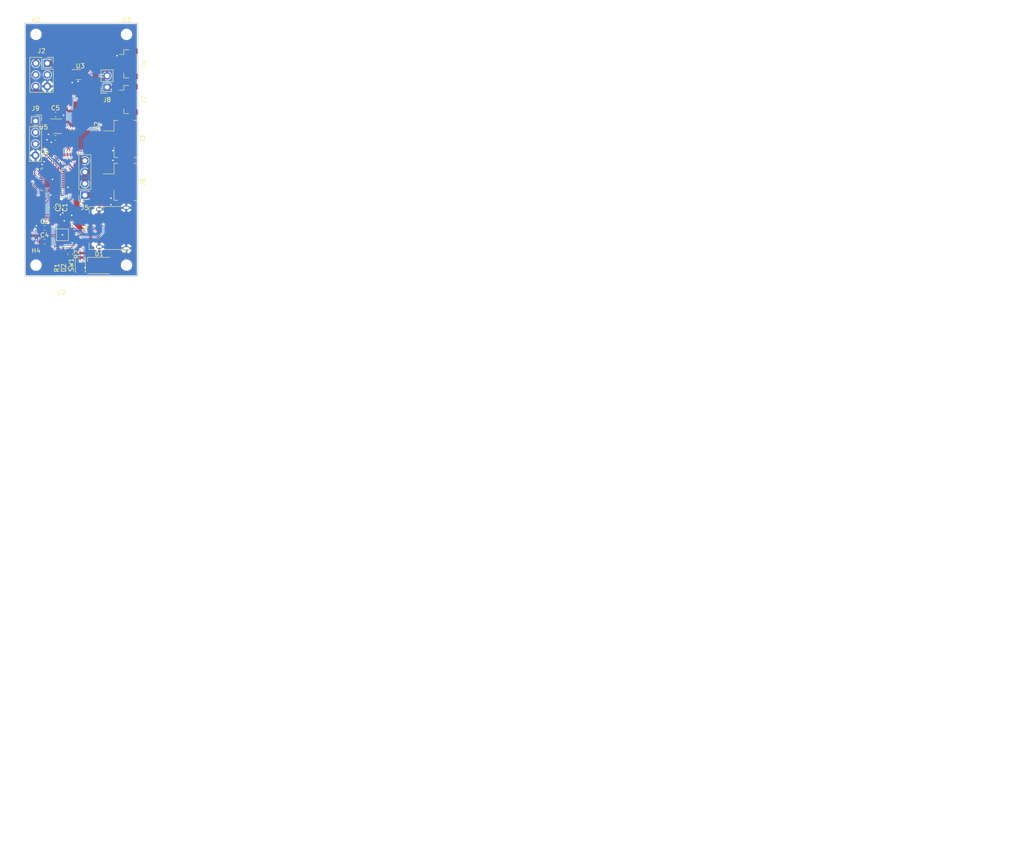
<source format=kicad_pcb>
(kicad_pcb (version 20171130) (host pcbnew "(5.1.2)-2")
  (title_block (title "Project Title"))
  (layers (0 F.Cu signal) (31 B.Cu signal) (34 B.Paste user) (35 F.Paste user hide) (36 B.SilkS user) (37 F.SilkS user) (38 B.Mask user) (39 F.Mask user hide) (44 Edge.Cuts user))
  (net 0 "")
  (net 1 GND)
  (net 2 +3V3)
  (net 3 "Net-(C2-Pad1)")
  (net 4 "Net-(C4-Pad2)")
  (net 5 "Net-(D1-Pad1)")
  (net 6 "Net-(D1-Pad2)")
  (net 7 "Net-(D1-Pad5)")
  (net 8 "Net-(D1-Pad6)")
  (net 9 "Net-(D2-Pad2)")
  (net 10 VBUS)
  (net 11 "Net-(F2-Pad1)")
  (net 12 CC1)
  (net 13 D-)
  (net 14 D+)
  (net 15 "Net-(J1-PadA8)")
  (net 16 CC2)
  (net 17 "Net-(J1-PadB8)")
  (net 18 "Net-(J2-Pad1)")
  (net 19 MAE0)
  (net 20 MAE1)
  (net 21 "Net-(J2-Pad6)")
  (net 22 "Net-(J4-Pad2)")
  (net 23 SDA)
  (net 24 SCL)
  (net 25 "Net-(R1-Pad1)")
  (net 26 "Net-(R2-Pad1)")
  (net 27 "Net-(SW1-Pad2)")
  (net 28 MAEN)
  (net 29 "Net-(U1-Pad4)")
  (net 30 "Net-(U1-Pad5)")
  (net 31 "Net-(U1-Pad6)")
  (net 32 "Net-(U1-Pad16)")
  (net 33 SCL_PD)
  (net 34 SDA_PD)
  (net 35 "Net-(U1-Pad19)")
  (net 36 "Net-(U1-Pad20)")
  (net 37 "Net-(U1-Pad21)")
  (net 38 "Net-(U1-Pad22)")
  (net 39 "Net-(U1-Pad25)")
  (net 40 "Net-(U2-Pad1)")
  (net 41 "Net-(U2-Pad2)")
  (net 42 "Net-(U2-Pad12)")
  (net 43 ALERT_PD)
  (net 44 "Net-(U2-Pad16)")
  (net 45 "Net-(U2-Pad6)")
  (net 46 "Net-(U2-Pad5)")
  (net 47 "Net-(U2-Pad9)")
  (net 48 MSLEEP)
  (net 49 MAPH)
  (net 50 "Net-(U5-Pad4)")
  (net 51 "Net-(J3-Pad1)")
  (net 52 VUSB)
  (net 53 SWD)
  (net 54 SWC)
  (module Connector_PinSocket_2.54mm:PinSocket_2x03_P2.54mm_Vertical (layer F.Cu) (at 40.8 -47.5)
    (fp_text reference J2 (at -1.27 -2.77) (layer F.SilkS))
    (fp_text value Conn_02x03_Odd_Even)
    (pad 1 thru_hole rect (at 0 0) (size 1.7 1.7) (drill 1) (layers *.Cu *.Mask) (net 18 "Net-(J2-Pad1)"))
    (pad 2 thru_hole oval (at -2.54 0) (size 1.7 1.7) (drill 1) (layers *.Cu *.Mask) (net 2 +3V3))
    (pad 3 thru_hole oval (at 0 2.54) (size 1.7 1.7) (drill 1) (layers *.Cu *.Mask) (net 19 MAE0))
    (pad 4 thru_hole oval (at -2.54 2.54) (size 1.7 1.7) (drill 1) (layers *.Cu *.Mask) (net 20 MAE1))
    (pad 5 thru_hole oval (at 0 5.08) (size 1.7 1.7) (drill 1) (layers *.Cu *.Mask) (net 1 GND))
    (pad 6 thru_hole oval (at -2.54 5.08) (size 1.7 1.7) (drill 1) (layers *.Cu *.Mask) (net 21 "Net-(J2-Pad6)"))
  )
  (module Capacitor_SMD:C_0603_1608Metric (layer F.Cu) (at 40.2 -8.1)
    (fp_text reference C4 (at 0 -1.43) (layer F.SilkS))
    (fp_text value 1u)
    (pad 1 smd roundrect (at -0.7875 0) (size 0.875 0.95) (layers F.Cu F.Paste F.Mask) (net 1 GND))
    (pad 2 smd roundrect (at 0.7875 0) (size 0.875 0.95) (layers F.Cu F.Paste F.Mask) (net 4 "Net-(C4-Pad2)"))
  )
  (module Capacitor_SMD:C_0603_1608Metric (layer F.Cu) (at 42.6 -36.2)
    (fp_text reference C5 (at 0 -1.43) (layer F.SilkS))
    (fp_text value 1u)
    (pad 1 smd roundrect (at -0.7875 0) (size 0.875 0.95) (layers F.Cu F.Paste F.Mask) (net 10 VBUS))
    (pad 2 smd roundrect (at 0.7875 0) (size 0.875 0.95) (layers F.Cu F.Paste F.Mask) (net 1 GND))
  )
  (module Capacitor_SMD:C_0603_1608Metric (layer F.Cu) (at 42.6 -31 180)
    (fp_text reference C6 (at 2.4 -3) (layer F.SilkS))
    (fp_text value 1u)
    (pad 2 smd roundrect (at 0.7875 0 180) (size 0.875 0.95) (layers F.Cu F.Paste F.Mask) (net 1 GND))
    (pad 1 smd roundrect (at -0.7875 0 180) (size 0.875 0.95) (layers F.Cu F.Paste F.Mask) (net 2 +3V3))
  )
  (module LED_SMD:LED_RGB_PLCC-6 (layer F.Cu) (at 52.25 -2.8)
    (fp_text reference D1 (at 0 -2.55 180) (layer F.SilkS))
    (fp_text value APA102)
    (pad 1 smd rect (at -1.55 -1.1 90) (size 0.7 1.3) (layers F.Cu F.Paste F.Mask) (net 5 "Net-(D1-Pad1)"))
    (pad 2 smd rect (at -1.55 0 90) (size 0.7 1.3) (layers F.Cu F.Paste F.Mask) (net 6 "Net-(D1-Pad2)"))
    (pad 3 smd rect (at -1.55 1.1 90) (size 0.7 1.3) (layers F.Cu F.Paste F.Mask) (net 1 GND))
    (pad 4 smd rect (at 1.55 1.1 90) (size 0.7 1.3) (layers F.Cu F.Paste F.Mask) (net 2 +3V3))
    (pad 5 smd rect (at 1.55 0 90) (size 0.7 1.3) (layers F.Cu F.Paste F.Mask) (net 7 "Net-(D1-Pad5)"))
    (pad 6 smd rect (at 1.55 -1.1 90) (size 0.7 1.3) (layers F.Cu F.Paste F.Mask) (net 8 "Net-(D1-Pad6)"))
  )
  (module Capacitor_SMD:C_0603_1608Metric (layer F.Cu) (at 45.85 -2.2875 90)
    (fp_text reference D2 (at 0 -1.43 90) (layer F.SilkS))
    (fp_text value LED)
    (pad 2 smd roundrect (at 0.7875 0 90) (size 0.875 0.95) (layers F.Cu F.Paste F.Mask) (net 9 "Net-(D2-Pad2)"))
    (pad 1 smd roundrect (at -0.7875 0 90) (size 0.875 0.95) (layers F.Cu F.Paste F.Mask) (net 1 GND))
  )
  (module fallhaub-quicc:NANO-0154-OMNI-BLOK-Fuse-Holder (layer F.Cu) (at 48.45 -33.75 90)
    (fp_text reference F2 (at 0 3.302 90) (layer F.SilkS))
    (fp_text value Fuse)
    (pad 1 smd rect (at -3.185 0 90) (size 4.24 3.81) (layers F.Cu F.Paste F.Mask) (net 11 "Net-(F2-Pad1)"))
    (pad 2 smd rect (at 3.185 0 90) (size 4.24 3.81) (layers F.Cu F.Paste F.Mask) (net 10 VBUS))
  )
  (module Connector_USB:USB_C_Receptacle_Amphenol_12401610E4-2A (layer F.Cu) (at 55.4 -11.1 90)
    (fp_text reference J1 (at 0 -6.36 90) (layer F.SilkS))
    (fp_text value USB_C_Receptacle_USB2.0)
    (pad S1 thru_hole oval (at -4.13 -3.11 90) (size 0.8 1.4) (drill oval 0.5 1.1) (layers *.Cu *.Mask) (net 1 GND))
    (pad A1 smd rect (at -2.75 -5.02 90) (size 0.3 0.7) (layers F.Cu F.Paste F.Mask) (net 1 GND))
    (pad A2 smd rect (at -2.25 -5.02 90) (size 0.3 0.7) (layers F.Cu F.Paste F.Mask))
    (pad A3 smd rect (at -1.75 -5.02 90) (size 0.3 0.7) (layers F.Cu F.Paste F.Mask))
    (pad A4 smd rect (at -1.25 -5.02 90) (size 0.3 0.7) (layers F.Cu F.Paste F.Mask) (net 52 VUSB))
    (pad A5 smd rect (at -0.75 -5.02 90) (size 0.3 0.7) (layers F.Cu F.Paste F.Mask) (net 12 CC1))
    (pad A6 smd rect (at -0.25 -5.02 90) (size 0.3 0.7) (layers F.Cu F.Paste F.Mask) (net 13 D-))
    (pad A7 smd rect (at 0.25 -5.02 90) (size 0.3 0.7) (layers F.Cu F.Paste F.Mask) (net 14 D+))
    (pad A12 smd rect (at 2.75 -5.02 90) (size 0.3 0.7) (layers F.Cu F.Paste F.Mask) (net 1 GND))
    (pad A10 smd rect (at 1.75 -5.02 90) (size 0.3 0.7) (layers F.Cu F.Paste F.Mask))
    (pad A9 smd rect (at 1.25 -5.02 90) (size 0.3 0.7) (layers F.Cu F.Paste F.Mask) (net 52 VUSB))
    (pad A8 smd rect (at 0.75 -5.02 90) (size 0.3 0.7) (layers F.Cu F.Paste F.Mask) (net 15 "Net-(J1-PadA8)"))
    (pad A11 smd rect (at 2.25 -5.02 90) (size 0.3 0.7) (layers F.Cu F.Paste F.Mask))
    (pad B1 smd rect (at 2.5 -3.32 90) (size 0.3 0.7) (layers F.Cu F.Paste F.Mask) (net 1 GND))
    (pad S1 thru_hole oval (at 4.13 -3.11 90) (size 0.8 1.4) (drill oval 0.5 1.1) (layers *.Cu *.Mask) (net 1 GND))
    (pad S1 thru_hole oval (at 4.49 2.84 90) (size 0.8 1.4) (drill oval 0.5 1.1) (layers *.Cu *.Mask) (net 1 GND))
    (pad S1 thru_hole oval (at -4.49 2.84 90) (size 0.8 1.4) (drill oval 0.5 1.1) (layers *.Cu *.Mask) (net 1 GND))
    (pad "" np_thru_hole oval (at 3.6 -4.36 90) (size 0.95 0.65) (drill oval 0.95 0.65) (layers *.Cu *.Mask))
    (pad "" np_thru_hole circle (at -3.6 -4.36 90) (size 0.65 0.65) (drill 0.65) (layers *.Cu *.Mask))
    (pad B2 smd rect (at 2 -3.32 90) (size 0.3 0.7) (layers F.Cu F.Paste F.Mask))
    (pad B3 smd rect (at 1.5 -3.32 90) (size 0.3 0.7) (layers F.Cu F.Paste F.Mask))
    (pad B4 smd rect (at 1 -3.32 90) (size 0.3 0.7) (layers F.Cu F.Paste F.Mask) (net 52 VUSB))
    (pad B5 smd rect (at 0.5 -3.32 90) (size 0.3 0.7) (layers F.Cu F.Paste F.Mask) (net 16 CC2))
    (pad B6 smd rect (at 0 -3.32 90) (size 0.3 0.7) (layers F.Cu F.Paste F.Mask) (net 13 D-))
    (pad B7 smd rect (at -0.5 -3.32 90) (size 0.3 0.7) (layers F.Cu F.Paste F.Mask) (net 14 D+))
    (pad B8 smd rect (at -1 -3.32 90) (size 0.3 0.7) (layers F.Cu F.Paste F.Mask) (net 17 "Net-(J1-PadB8)"))
    (pad B9 smd rect (at -1.5 -3.32 90) (size 0.3 0.7) (layers F.Cu F.Paste F.Mask) (net 52 VUSB))
    (pad B10 smd rect (at -2 -3.32 90) (size 0.3 0.7) (layers F.Cu F.Paste F.Mask))
    (pad B11 smd rect (at -2.5 -3.32 90) (size 0.3 0.7) (layers F.Cu F.Paste F.Mask))
    (pad B12 smd rect (at -3 -3.32 90) (size 0.3 0.7) (layers F.Cu F.Paste F.Mask) (net 1 GND))
  )
  (module Connector_PinSocket_2.54mm:PinSocket_1x04_P2.54mm_Vertical (layer F.Cu) (at 49.1 -18.38 180)
    (fp_text reference J5 (at 0 -2.77) (layer F.SilkS))
    (fp_text value Conn_01x04_Female)
    (pad 1 thru_hole rect (at 0 0 180) (size 1.7 1.7) (drill 1) (layers *.Cu *.Mask) (net 51 "Net-(J3-Pad1)"))
    (pad 2 thru_hole oval (at 0 2.54 180) (size 1.7 1.7) (drill 1) (layers *.Cu *.Mask) (net 11 "Net-(F2-Pad1)"))
    (pad 3 thru_hole oval (at 0 5.08 180) (size 1.7 1.7) (drill 1) (layers *.Cu *.Mask) (net 11 "Net-(F2-Pad1)"))
    (pad 4 thru_hole oval (at 0 7.62 180) (size 1.7 1.7) (drill 1) (layers *.Cu *.Mask) (net 52 VUSB))
  )
  (module Connector_PinSocket_2.54mm:PinSocket_1x02_P2.54mm_Vertical (layer F.Cu) (at 54 -42.2 180)
    (fp_text reference J8 (at 0 -2.77) (layer F.SilkS))
    (fp_text value Conn_01x02_Female)
    (pad 2 thru_hole oval (at 0 2.54 180) (size 1.7 1.7) (drill 1) (layers *.Cu *.Mask) (net 2 +3V3))
    (pad 1 thru_hole rect (at 0 0 180) (size 1.7 1.7) (drill 1) (layers *.Cu *.Mask) (net 22 "Net-(J4-Pad2)"))
  )
  (module Resistor_SMD:R_0603_1608Metric (layer F.Cu) (at 44.35 -2.3 90)
    (fp_text reference R1 (at 0 -1.43 90) (layer F.SilkS))
    (fp_text value 1.5k)
    (pad 2 smd roundrect (at 0.7875 0 90) (size 0.875 0.95) (layers F.Cu F.Paste F.Mask) (net 9 "Net-(D2-Pad2)"))
    (pad 1 smd roundrect (at -0.7875 0 90) (size 0.875 0.95) (layers F.Cu F.Paste F.Mask) (net 25 "Net-(R1-Pad1)"))
  )
  (module Resistor_SMD:R_0603_1608Metric (layer F.Cu) (at 45.85 -5.3 270)
    (fp_text reference R2 (at 0 -1.43 90) (layer F.SilkS))
    (fp_text value 1.5k)
    (pad 1 smd roundrect (at -0.7875 0 270) (size 0.875 0.95) (layers F.Cu F.Paste F.Mask) (net 26 "Net-(R2-Pad1)"))
    (pad 2 smd roundrect (at 0.7875 0 270) (size 0.875 0.95) (layers F.Cu F.Paste F.Mask) (net 2 +3V3))
  )
  (module Button_Switch_SMD:SW_SPST_CK_KXT3 (layer F.Cu) (at 48.1 -2.95 90)
    (fp_text reference SW1 (at 0 -2 90) (layer F.SilkS))
    (fp_text value SW_SPST)
    (pad 1 smd rect (at -1.625 0 90) (size 0.55 1.5) (layers F.Cu F.Paste F.Mask) (net 1 GND))
    (pad 2 smd rect (at 1.625 0 90) (size 0.55 1.5) (layers F.Cu F.Paste F.Mask) (net 27 "Net-(SW1-Pad2)"))
  )
  (module fallhaub-quicc:QFN50P500X500X100-33N (layer F.Cu) (at 41.95 -21.85 180)
    (fp_text reference U1 (at -0.66868 -3.810252) (layer F.SilkS) (effects (font (size 0.640649 0.640649) (thickness 0.015))))
    (fp_text value ATSAMD21E18A-MU)
    (pad 1 smd rect (at -2.435 -1.75 180) (size 0.84 0.26) (layers F.Cu F.Paste F.Mask) (net 8 "Net-(D1-Pad6)"))
    (pad 2 smd rect (at -2.435 -1.25 180) (size 0.84 0.26) (layers F.Cu F.Paste F.Mask) (net 7 "Net-(D1-Pad5)"))
    (pad 3 smd rect (at -2.435 -0.75 180) (size 0.84 0.26) (layers F.Cu F.Paste F.Mask) (net 28 MAEN))
    (pad 4 smd rect (at -2.435 -0.25 180) (size 0.84 0.26) (layers F.Cu F.Paste F.Mask) (net 29 "Net-(U1-Pad4)"))
    (pad 5 smd rect (at -2.435 0.25 180) (size 0.84 0.26) (layers F.Cu F.Paste F.Mask) (net 30 "Net-(U1-Pad5)"))
    (pad 6 smd rect (at -2.435 0.75 180) (size 0.84 0.26) (layers F.Cu F.Paste F.Mask) (net 31 "Net-(U1-Pad6)"))
    (pad 7 smd rect (at -2.435 1.25 180) (size 0.84 0.26) (layers F.Cu F.Paste F.Mask) (net 49 MAPH))
    (pad 8 smd rect (at -2.435 1.75 180) (size 0.84 0.26) (layers F.Cu F.Paste F.Mask) (net 48 MSLEEP))
    (pad 9 smd rect (at -1.75 2.435 180) (size 0.26 0.84) (layers F.Cu F.Paste F.Mask) (net 2 +3V3))
    (pad 10 smd rect (at -1.25 2.435 180) (size 0.26 0.84) (layers F.Cu F.Paste F.Mask) (net 1 GND))
    (pad 11 smd rect (at -0.75 2.435 180) (size 0.26 0.84) (layers F.Cu F.Paste F.Mask) (net 23 SDA))
    (pad 12 smd rect (at -0.25 2.435 180) (size 0.26 0.84) (layers F.Cu F.Paste F.Mask) (net 24 SCL))
    (pad 13 smd rect (at 0.25 2.435 180) (size 0.26 0.84) (layers F.Cu F.Paste F.Mask) (net 25 "Net-(R1-Pad1)"))
    (pad 14 smd rect (at 0.75 2.435 180) (size 0.26 0.84) (layers F.Cu F.Paste F.Mask) (net 19 MAE0))
    (pad 15 smd rect (at 1.25 2.435 180) (size 0.26 0.84) (layers F.Cu F.Paste F.Mask) (net 20 MAE1))
    (pad 16 smd rect (at 1.75 2.435 180) (size 0.26 0.84) (layers F.Cu F.Paste F.Mask) (net 32 "Net-(U1-Pad16)"))
    (pad 17 smd rect (at 2.435 1.75 180) (size 0.84 0.26) (layers F.Cu F.Paste F.Mask) (net 33 SCL_PD))
    (pad 18 smd rect (at 2.435 1.25 180) (size 0.84 0.26) (layers F.Cu F.Paste F.Mask) (net 34 SDA_PD))
    (pad 19 smd rect (at 2.435 0.75 180) (size 0.84 0.26) (layers F.Cu F.Paste F.Mask) (net 35 "Net-(U1-Pad19)"))
    (pad 20 smd rect (at 2.435 0.25 180) (size 0.84 0.26) (layers F.Cu F.Paste F.Mask) (net 36 "Net-(U1-Pad20)"))
    (pad 21 smd rect (at 2.435 -0.25 180) (size 0.84 0.26) (layers F.Cu F.Paste F.Mask) (net 37 "Net-(U1-Pad21)"))
    (pad 22 smd rect (at 2.435 -0.75 180) (size 0.84 0.26) (layers F.Cu F.Paste F.Mask) (net 38 "Net-(U1-Pad22)"))
    (pad 23 smd rect (at 2.435 -1.25 180) (size 0.84 0.26) (layers F.Cu F.Paste F.Mask) (net 13 D-))
    (pad 24 smd rect (at 2.435 -1.75 180) (size 0.84 0.26) (layers F.Cu F.Paste F.Mask) (net 14 D+))
    (pad 25 smd rect (at 1.75 -2.435 180) (size 0.26 0.84) (layers F.Cu F.Paste F.Mask) (net 39 "Net-(U1-Pad25)"))
    (pad 26 smd rect (at 1.25 -2.435 180) (size 0.26 0.84) (layers F.Cu F.Paste F.Mask) (net 27 "Net-(SW1-Pad2)"))
    (pad 27 smd rect (at 0.75 -2.435 180) (size 0.26 0.84) (layers F.Cu F.Paste F.Mask) (net 43 ALERT_PD))
    (pad 28 smd rect (at 0.25 -2.435 180) (size 0.26 0.84) (layers F.Cu F.Paste F.Mask) (net 1 GND))
    (pad 29 smd rect (at -0.25 -2.435 180) (size 0.26 0.84) (layers F.Cu F.Paste F.Mask) (net 3 "Net-(C2-Pad1)"))
    (pad 30 smd rect (at -0.75 -2.435 180) (size 0.26 0.84) (layers F.Cu F.Paste F.Mask) (net 2 +3V3))
    (pad 31 smd rect (at -1.25 -2.435 180) (size 0.26 0.84) (layers F.Cu F.Paste F.Mask) (net 53 SWD))
    (pad 32 smd rect (at -1.75 -2.435 180) (size 0.26 0.84) (layers F.Cu F.Paste F.Mask) (net 54 SWC))
    (pad 33 smd rect (at 0 0 180) (size 3.6 3.6) (layers F.Cu F.Mask) (net 1 GND))
  )
  (module fallhaub-quicc:HX2QFN16 (layer F.Cu) (at 44.15 -9.6)
    (fp_text reference U2 (at -0.25 12.75) (layer F.SilkS))
    (fp_text value PTN5110)
    (pad 1 smd rect (at -1.3 -0.8 180) (size 0.75 0.25) (layers F.Cu F.Paste F.Mask) (net 40 "Net-(U2-Pad1)"))
    (pad 2 smd rect (at -1.3 -0.4 180) (size 0.75 0.25) (layers F.Cu F.Paste F.Mask) (net 41 "Net-(U2-Pad2)"))
    (pad 3 smd rect (at -1.3 0 180) (size 0.75 0.25) (layers F.Cu F.Paste F.Mask) (net 2 +3V3))
    (pad 4 smd rect (at -1.3 0.4 180) (size 0.75 0.25) (layers F.Cu F.Paste F.Mask) (net 4 "Net-(C4-Pad2)"))
    (pad 13 smd rect (at 1.3 -0.8 180) (size 0.75 0.25) (layers F.Cu F.Paste F.Mask) (net 12 CC1))
    (pad 11 smd rect (at 1.3 0 180) (size 0.75 0.25) (layers F.Cu F.Paste F.Mask) (net 26 "Net-(R2-Pad1)"))
    (pad 12 smd rect (at 1.3 -0.4 180) (size 0.75 0.25) (layers F.Cu F.Paste F.Mask) (net 42 "Net-(U2-Pad12)"))
    (pad 10 smd rect (at 1.3 0.4 180) (size 0.75 0.25) (layers F.Cu F.Paste F.Mask) (net 43 ALERT_PD))
    (pad 16 smd rect (at -0.4 -1.3 90) (size 0.75 0.25) (layers F.Cu F.Paste F.Mask) (net 44 "Net-(U2-Pad16)"))
    (pad 6 smd rect (at -0.4 1.3 90) (size 0.75 0.25) (layers F.Cu F.Paste F.Mask) (net 45 "Net-(U2-Pad6)"))
    (pad 15 smd rect (at 0 -1.3 90) (size 0.75 0.25) (layers F.Cu F.Paste F.Mask) (net 52 VUSB))
    (pad 14 smd rect (at 0.4 -1.3 90) (size 0.75 0.25) (layers F.Cu F.Paste F.Mask) (net 16 CC2))
    (pad 7 smd rect (at 0 1.3 90) (size 0.75 0.25) (layers F.Cu F.Paste F.Mask) (net 34 SDA_PD))
    (pad 8 smd rect (at 0.4 1.3 90) (size 0.75 0.25) (layers F.Cu F.Paste F.Mask) (net 33 SCL_PD))
    (pad 5 smd rect (at -1.3 0.8 180) (size 0.75 0.25) (layers F.Cu F.Paste F.Mask) (net 46 "Net-(U2-Pad5)"))
    (pad 9 smd rect (at 1.3 0.8 180) (size 0.75 0.25) (layers F.Cu F.Paste F.Mask) (net 47 "Net-(U2-Pad9)"))
    (pad 17 smd rect (at 0 0) (size 1 1) (layers F.Cu F.Paste F.Mask) (net 1 GND))
  )
  (module Package_SON:WSON-8-1EP_2x2mm_P0.5mm_EP0.9x1.6mm (layer F.Cu) (at 47.7 -45)
    (fp_text reference U3 (at 0.38 -1.9) (layer F.SilkS))
    (fp_text value DRV8838)
    (pad 3 smd rect (at -0.95 0.25) (size 0.5 0.25) (layers F.Cu F.Paste F.Mask) (net 21 "Net-(J2-Pad6)"))
    (pad 7 smd rect (at 0.95 -0.25) (size 0.5 0.25) (layers F.Cu F.Paste F.Mask) (net 48 MSLEEP))
    (pad 8 smd rect (at 0.95 -0.75) (size 0.5 0.25) (layers F.Cu F.Paste F.Mask) (net 2 +3V3))
    (pad 9 smd rect (at 0 0) (size 0.9 1.6) (layers F.Cu F.Mask) (net 1 GND))
    (pad 1 smd rect (at -0.95 -0.75) (size 0.5 0.25) (layers F.Cu F.Paste F.Mask) (net 10 VBUS))
    (pad 2 smd rect (at -0.95 -0.25) (size 0.5 0.25) (layers F.Cu F.Paste F.Mask) (net 18 "Net-(J2-Pad1)"))
    (pad 4 smd rect (at -0.95 0.75) (size 0.5 0.25) (layers F.Cu F.Paste F.Mask) (net 1 GND))
    (pad 5 smd rect (at 0.95 0.75) (size 0.5 0.25) (layers F.Cu F.Paste F.Mask) (net 28 MAEN))
    (pad 6 smd rect (at 0.95 0.25) (size 0.5 0.25) (layers F.Cu F.Paste F.Mask) (net 49 MAPH))
  )
  (module Package_TO_SOT_SMD:SOT-23-5 (layer F.Cu) (at 43.05 -33.6)
    (fp_text reference U5 (at -3.1 0.2) (layer F.SilkS))
    (fp_text value AP2112K-3.3)
    (pad 1 smd rect (at -1.1 -0.95) (size 1.06 0.65) (layers F.Cu F.Paste F.Mask) (net 10 VBUS))
    (pad 2 smd rect (at -1.1 0) (size 1.06 0.65) (layers F.Cu F.Paste F.Mask) (net 1 GND))
    (pad 3 smd rect (at -1.1 0.95) (size 1.06 0.65) (layers F.Cu F.Paste F.Mask) (net 10 VBUS))
    (pad 4 smd rect (at 1.1 0.95) (size 1.06 0.65) (layers F.Cu F.Paste F.Mask) (net 50 "Net-(U5-Pad4)"))
    (pad 5 smd rect (at 1.1 -0.95) (size 1.06 0.65) (layers F.Cu F.Paste F.Mask) (net 2 +3V3))
  )
  (module Connector_JST:JST_PH_B2B-PH-SM4-TB_1x02-1MP_P2.00mm_Vertical (layer F.Cu) (at 56.4 -30.8 270)
    (fp_text reference J3 (at 0 -5.45 90) (layer F.SilkS))
    (fp_text value Conn_01x02_Female)
    (pad MP smd roundrect (at 3.4 -1.75 270) (size 1.6 3) (layers F.Cu F.Paste F.Mask) (roundrect_rratio 0.15625))
    (pad MP smd roundrect (at -3.4 -1.75 270) (size 1.6 3) (layers F.Cu F.Paste F.Mask) (roundrect_rratio 0.15625))
    (pad 2 smd roundrect (at 1 0.5 270) (size 1 5.5) (layers F.Cu F.Paste F.Mask) (net 1 GND))
    (pad 1 smd roundrect (at -1 0.5 270) (size 1 5.5) (layers F.Cu F.Paste F.Mask) (net 51 "Net-(J3-Pad1)"))
  )
  (module Connector_JST:JST_SH_BM04B-SRSS-TB_1x04-1MP_P1.00mm_Vertical (layer F.Cu) (at 58.8 -47.4 270)
    (fp_text reference J4 (at 0 -3.3 90) (layer F.SilkS))
    (fp_text value Conn_01x04_Female)
    (pad MP smd roundrect (at 2.8 -1.2 270) (size 1.2 1.8) (layers F.Cu F.Paste F.Mask) (roundrect_rratio 0.208333))
    (pad MP smd roundrect (at -2.8 -1.2 270) (size 1.2 1.8) (layers F.Cu F.Paste F.Mask) (roundrect_rratio 0.208333))
    (pad 4 smd roundrect (at 1.5 1.325 270) (size 0.6 1.55) (layers F.Cu F.Paste F.Mask) (net 24 SCL))
    (pad 3 smd roundrect (at 0.5 1.325 270) (size 0.6 1.55) (layers F.Cu F.Paste F.Mask) (net 23 SDA))
    (pad 2 smd roundrect (at -0.5 1.325 270) (size 0.6 1.55) (layers F.Cu F.Paste F.Mask) (net 22 "Net-(J4-Pad2)"))
    (pad 1 smd roundrect (at -1.5 1.325 270) (size 0.6 1.55) (layers F.Cu F.Paste F.Mask) (net 1 GND))
  )
  (module Connector_JST:JST_PH_B2B-PH-SM4-TB_1x02-1MP_P2.00mm_Vertical (layer F.Cu) (at 56.4 -21.3 270)
    (fp_text reference J6 (at 0 -5.45 90) (layer F.SilkS))
    (fp_text value Conn_01x02_Female)
    (pad 1 smd roundrect (at -1 0.5 270) (size 1 5.5) (layers F.Cu F.Paste F.Mask) (net 51 "Net-(J3-Pad1)"))
    (pad 2 smd roundrect (at 1 0.5 270) (size 1 5.5) (layers F.Cu F.Paste F.Mask) (net 1 GND))
    (pad MP smd roundrect (at -3.4 -1.75 270) (size 1.6 3) (layers F.Cu F.Paste F.Mask) (roundrect_rratio 0.15625))
    (pad MP smd roundrect (at 3.4 -1.75 270) (size 1.6 3) (layers F.Cu F.Paste F.Mask) (roundrect_rratio 0.15625))
  )
  (module Connector_JST:JST_SH_BM04B-SRSS-TB_1x04-1MP_P1.00mm_Vertical (layer F.Cu) (at 58.8 -39.5 270)
    (fp_text reference J7 (at 0 -3.3 90) (layer F.SilkS))
    (fp_text value Conn_01x04_Female)
    (pad 1 smd roundrect (at -1.5 1.325 270) (size 0.6 1.55) (layers F.Cu F.Paste F.Mask) (net 1 GND))
    (pad 2 smd roundrect (at -0.5 1.325 270) (size 0.6 1.55) (layers F.Cu F.Paste F.Mask) (net 22 "Net-(J4-Pad2)"))
    (pad 3 smd roundrect (at 0.5 1.325 270) (size 0.6 1.55) (layers F.Cu F.Paste F.Mask) (net 23 SDA))
    (pad 4 smd roundrect (at 1.5 1.325 270) (size 0.6 1.55) (layers F.Cu F.Paste F.Mask) (net 24 SCL))
    (pad MP smd roundrect (at -2.8 -1.2 270) (size 1.2 1.8) (layers F.Cu F.Paste F.Mask) (roundrect_rratio 0.208333))
    (pad MP smd roundrect (at 2.8 -1.2 270) (size 1.2 1.8) (layers F.Cu F.Paste F.Mask) (roundrect_rratio 0.208333))
  )
  (module Capacitor_SMD:C_0603_1608Metric (layer F.Cu) (at 43.25 -15.65 270)
    (fp_text reference C1 (at 0 -1.43 90) (layer F.SilkS))
    (fp_text value 1u)
    (pad 1 smd roundrect (at -0.7875 0 270) (size 0.875 0.95) (layers F.Cu F.Paste F.Mask) (net 2 +3V3))
    (pad 2 smd roundrect (at 0.7875 0 270) (size 0.875 0.95) (layers F.Cu F.Paste F.Mask) (net 1 GND))
  )
  (module Capacitor_SMD:C_0603_1608Metric (layer F.Cu) (at 41.75 -15.65 270)
    (fp_text reference C2 (at 0 -1.43 90) (layer F.SilkS))
    (fp_text value 1u)
    (pad 2 smd roundrect (at 0.7875 0 270) (size 0.875 0.95) (layers F.Cu F.Paste F.Mask) (net 1 GND))
    (pad 1 smd roundrect (at -0.7875 0 270) (size 0.875 0.95) (layers F.Cu F.Paste F.Mask) (net 3 "Net-(C2-Pad1)"))
  )
  (module Capacitor_SMD:C_0603_1608Metric (layer F.Cu) (at 40.2 -11.1)
    (fp_text reference C3 (at 0 -1.43) (layer F.SilkS))
    (fp_text value 1u)
    (pad 1 smd roundrect (at -0.7875 0) (size 0.875 0.95) (layers F.Cu F.Paste F.Mask) (net 1 GND))
    (pad 2 smd roundrect (at 0.7875 0) (size 0.875 0.95) (layers F.Cu F.Paste F.Mask) (net 2 +3V3))
  )
  (module MountingHole:MountingHole_2.2mm_M2 (layer F.Cu) (at 58.3 -2.9)
    (fp_text reference H1 (at 0 -3.2) (layer F.SilkS))
    (fp_text value MountingHole)
    (pad 1 np_thru_hole circle (at 0 0) (size 2.2 2.2) (drill 2.2) (layers *.Cu *.Mask))
  )
  (module MountingHole:MountingHole_2.2mm_M2 (layer F.Cu) (at 38.3 -53.9)
    (fp_text reference H2 (at 0 -3.2) (layer F.SilkS))
    (fp_text value MountingHole)
    (pad 1 np_thru_hole circle (at 0 0) (size 2.2 2.2) (drill 2.2) (layers *.Cu *.Mask))
  )
  (module MountingHole:MountingHole_2.2mm_M2 (layer F.Cu) (at 58.3 -53.9)
    (fp_text reference H3 (at 0 -3.2) (layer F.SilkS))
    (fp_text value MountingHole)
    (pad 1 np_thru_hole circle (at 0 0) (size 2.2 2.2) (drill 2.2) (layers *.Cu *.Mask))
  )
  (module MountingHole:MountingHole_2.2mm_M2 (layer F.Cu) (at 38.3 -2.9)
    (fp_text reference H4 (at 0 -3.2) (layer F.SilkS))
    (fp_text value MountingHole)
    (pad 1 np_thru_hole circle (at 0 0) (size 2.2 2.2) (drill 2.2) (layers *.Cu *.Mask))
  )
  (module Connector_PinSocket_2.54mm:PinSocket_1x04_P2.54mm_Vertical (layer F.Cu) (at 38.2 -34.77)
    (fp_text reference J9 (at 0 -2.77) (layer F.SilkS))
    (fp_text value Conn_01x04_Female)
    (pad 1 thru_hole rect (at 0 0) (size 1.7 1.7) (drill 1) (layers *.Cu *.Mask) (net 2 +3V3))
    (pad 2 thru_hole oval (at 0 2.54) (size 1.7 1.7) (drill 1) (layers *.Cu *.Mask) (net 53 SWD))
    (pad 3 thru_hole oval (at 0 5.08) (size 1.7 1.7) (drill 1) (layers *.Cu *.Mask) (net 54 SWC))
    (pad 4 thru_hole oval (at 0 7.62) (size 1.7 1.7) (drill 1) (layers *.Cu *.Mask) (net 1 GND))
  )
  (gr_line (start 35.8 -0.4) (end 38.3 -0.4) (layer Edge.Cuts) (width 0.1524))
  (gr_line (start 35.8 -56.4) (end 35.8 -0.4) (layer Edge.Cuts) (width 0.1524))
  (gr_line (start 36.5 -56.4) (end 35.8 -56.4) (layer Edge.Cuts) (width 0.1524))
  (gr_line (start 60.8 -56.4) (end 36.5 -56.4) (layer Edge.Cuts) (width 0.1524))
  (gr_line (start 60.8 -54) (end 60.8 -56.4) (layer Edge.Cuts) (width 0.1524))
  (gr_line (start 60.8 -0.4) (end 60.8 -54) (layer Edge.Cuts) (width 0.1524))
  (gr_line (start 60.7 -0.4) (end 60.8 -0.4) (layer Edge.Cuts) (width 0.1524))
  (gr_line (start 38.3 -0.4) (end 60.7 -0.4) (layer Edge.Cuts) (width 0.1524))
  (segment (start 52.08 -13.6) (end 51.4 -13.6) (width 0.3302) (layer F.Cu) (net 1))
  (segment (start 51.15 -13.85) (end 50.38 -13.85) (width 0.3302) (layer F.Cu) (net 1))
  (segment (start 51.4 -13.6) (end 51.15 -13.85) (width 0.3302) (layer F.Cu) (net 1))
  (segment (start 52.08 -15.02) (end 52.29 -15.23) (width 0.3302) (layer F.Cu) (net 1))
  (segment (start 52.08 -13.6) (end 52.08 -15.02) (width 0.3302) (layer F.Cu) (net 1))
  (segment (start 52.08 -8.1) (end 51.45 -8.1) (width 0.3302) (layer F.Cu) (net 1))
  (segment (start 51.2 -8.35) (end 50.38 -8.35) (width 0.3302) (layer F.Cu) (net 1))
  (segment (start 51.45 -8.1) (end 51.2 -8.35) (width 0.3302) (layer F.Cu) (net 1))
  (segment (start 52.08 -7.18) (end 52.29 -6.97) (width 0.3302) (layer F.Cu) (net 1))
  (segment (start 52.08 -8.1) (end 52.08 -7.18) (width 0.3302) (layer F.Cu) (net 1))
  (via (at 55.3 -28.2) (size 0.4575) (drill 0.3302) (layers F.Cu B.Cu) (net 1))
  (segment (start 55.9 -29.8) (end 55.9 -28.8) (width 1.27) (layer F.Cu) (net 1))
  (segment (start 55.9 -28.8) (end 55.3 -28.2) (width 1.27) (layer F.Cu) (net 1))
  (via (at 55.3 -26.05) (size 0.4575) (drill 0.3302) (layers F.Cu B.Cu) (net 1))
  (segment (start 55.3 -28.2) (end 55.3 -26.05) (width 1.27) (layer F.Cu) (net 1))
  (segment (start 55.9 -20.3) (end 54.85 -19.25) (width 1.27) (layer F.Cu) (net 1))
  (segment (start 54.85 -19.25) (end 54.8 -19.2) (width 1.27) (layer F.Cu) (net 1))
  (via (at 54.85 -17.7) (size 0.4575) (drill 0.3302) (layers F.Cu B.Cu) (net 1))
  (segment (start 54.8 -19.2) (end 54.8 -17.75) (width 1.27) (layer F.Cu) (net 1))
  (segment (start 54.8 -17.75) (end 54.85 -17.7) (width 1.27) (layer F.Cu) (net 1))
  (via (at 54.85 -16.25) (size 0.4575) (drill 0.3302) (layers F.Cu B.Cu) (net 1))
  (segment (start 54.85 -17.7) (end 54.85 -16.25) (width 1.27) (layer F.Cu) (net 1))
  (segment (start 46.75 -44.25) (end 47.2 -44.25) (width 0.254) (layer F.Cu) (net 1))
  (segment (start 47.7 -44.75) (end 47.2 -44.25) (width 0.254) (layer F.Cu) (net 1))
  (segment (start 47.7 -45) (end 47.7 -44.75) (width 0.254) (layer F.Cu) (net 1))
  (via (at 38.4 -11.6) (size 0.4575) (drill 0.3302) (layers F.Cu B.Cu) (net 1))
  (segment (start 39.4125 -11.1) (end 38.9 -11.1) (width 0.2) (layer F.Cu) (net 1))
  (segment (start 38.9 -11.1) (end 38.4 -11.6) (width 0.2) (layer F.Cu) (net 1))
  (via (at 38.4 -8.5) (size 0.4575) (drill 0.3302) (layers F.Cu B.Cu) (net 1))
  (segment (start 39.4125 -8.1) (end 38.8 -8.1) (width 0.2) (layer F.Cu) (net 1))
  (segment (start 38.8 -8.1) (end 38.4 -8.5) (width 0.2) (layer F.Cu) (net 1))
  (segment (start 46.025 -1.325) (end 45.85 -1.5) (width 0.254) (layer F.Cu) (net 1))
  (segment (start 48.1 -1.325) (end 46.025 -1.325) (width 0.254) (layer F.Cu) (net 1))
  (segment (start 48.1 -1.325) (end 49.125 -1.325) (width 0.254) (layer F.Cu) (net 1))
  (segment (start 49.5 -1.7) (end 50.7 -1.7) (width 0.254) (layer F.Cu) (net 1))
  (segment (start 49.125 -1.325) (end 49.5 -1.7) (width 0.254) (layer F.Cu) (net 1))
  (segment (start 43.3875 -36.2) (end 43.3875 -35.6875) (width 0.508) (layer F.Cu) (net 1))
  (segment (start 43.3875 -35.6875) (end 43.05 -35.35) (width 0.508) (layer F.Cu) (net 1))
  (segment (start 43.05 -35.35) (end 43.05 -34.08396) (width 0.508) (layer F.Cu) (net 1))
  (segment (start 42.56604 -33.6) (end 41.95 -33.6) (width 0.508) (layer F.Cu) (net 1))
  (segment (start 43.05 -34.08396) (end 42.56604 -33.6) (width 0.508) (layer F.Cu) (net 1))
  (segment (start 41.7 -21.6) (end 41.95 -21.85) (width 0.254) (layer F.Cu) (net 1))
  (segment (start 41.7 -19.415) (end 41.7 -21.6) (width 0.254) (layer F.Cu) (net 1))
  (segment (start 43.2 -23.1) (end 41.95 -21.85) (width 0.254) (layer F.Cu) (net 1))
  (segment (start 43.2 -24.285) (end 43.2 -23.1) (width 0.254) (layer F.Cu) (net 1))
  (via (at 49.1 -2.35) (size 0.4575) (drill 0.3302) (layers F.Cu B.Cu) (net 1))
  (segment (start 50.7 -1.7) (end 49.75 -1.7) (width 0.1524) (layer F.Cu) (net 1))
  (segment (start 49.75 -1.7) (end 49.1 -2.35) (width 0.1524) (layer F.Cu) (net 1))
  (segment (start 43.25 -14.8625) (end 41.75 -14.8625) (width 0.1524) (layer F.Cu) (net 1))
  (via (at 44.2 -15.15) (size 0.4575) (drill 0.3302) (layers F.Cu B.Cu) (net 1))
  (segment (start 43.25 -14.8625) (end 43.9125 -14.8625) (width 0.1524) (layer F.Cu) (net 1))
  (segment (start 43.9125 -14.8625) (end 44.2 -15.15) (width 0.1524) (layer F.Cu) (net 1))
  (via (at 44.2 -14.45) (size 0.4575) (drill 0.3302) (layers F.Cu B.Cu) (net 1))
  (segment (start 43.25 -14.8625) (end 43.7875 -14.8625) (width 0.1524) (layer F.Cu) (net 1))
  (segment (start 43.7875 -14.8625) (end 44.2 -14.45) (width 0.1524) (layer F.Cu) (net 1))
  (via (at 41.55 -18.4) (size 0.4575) (drill 0.3302) (layers F.Cu B.Cu) (net 1))
  (segment (start 41.7 -19.415) (end 41.7 -18.55) (width 0.1524) (layer F.Cu) (net 1))
  (segment (start 41.7 -18.55) (end 41.55 -18.4) (width 0.1524) (layer F.Cu) (net 1))
  (via (at 41.95 -21.85) (size 0.4575) (drill 0.3302) (layers F.Cu B.Cu) (net 1))
  (via (at 41.7 -30.05) (size 0.4575) (drill 0.3302) (layers F.Cu B.Cu) (net 1))
  (segment (start 41.8125 -31) (end 41.8125 -30.1625) (width 0.1524) (layer F.Cu) (net 1))
  (segment (start 41.8125 -30.1625) (end 41.7 -30.05) (width 0.1524) (layer F.Cu) (net 1))
  (via (at 46.3 -43.25) (size 0.4575) (drill 0.3302) (layers F.Cu B.Cu) (net 1))
  (segment (start 46.75 -44.25) (end 46.75 -43.7) (width 0.1524) (layer F.Cu) (net 1))
  (segment (start 46.75 -43.7) (end 46.3 -43.25) (width 0.1524) (layer F.Cu) (net 1))
  (via (at 47.6 -43.5) (size 0.4575) (drill 0.3302) (layers F.Cu B.Cu) (net 1))
  (segment (start 47.7 -45) (end 47.7 -43.6) (width 0.1524) (layer F.Cu) (net 1))
  (segment (start 47.7 -43.6) (end 47.6 -43.5) (width 0.1524) (layer F.Cu) (net 1))
  (via (at 44.15 -9.6) (size 0.4575) (drill 0.3302) (layers F.Cu B.Cu) (net 1))
  (via (at 44.4 -36.05) (size 0.4575) (drill 0.3302) (layers F.Cu B.Cu) (net 1))
  (segment (start 43.3875 -36.2) (end 44.25 -36.2) (width 0.508) (layer F.Cu) (net 1))
  (segment (start 44.25 -36.2) (end 44.4 -36.05) (width 0.508) (layer F.Cu) (net 1))
  (via (at 56.2 -49.2) (size 0.4575) (drill 0.3302) (layers F.Cu B.Cu) (net 1))
  (segment (start 57.475 -48.9) (end 56.5 -48.9) (width 0.1524) (layer F.Cu) (net 1))
  (segment (start 56.5 -48.9) (end 56.2 -49.2) (width 0.1524) (layer F.Cu) (net 1))
  (via (at 50.2 -45.55) (size 0.4575) (drill 0.3302) (layers F.Cu B.Cu) (net 2))
  (segment (start 48.65 -45.75) (end 50 -45.75) (width 0.254) (layer F.Cu) (net 2))
  (segment (start 50 -45.75) (end 50.2 -45.55) (width 0.254) (layer F.Cu) (net 2))
  (segment (start 51.01 -44.74) (end 54 -44.74) (width 0.254) (layer B.Cu) (net 2))
  (segment (start 50.2 -45.55) (end 51.01 -44.74) (width 0.254) (layer B.Cu) (net 2))
  (segment (start 42.85 -9.6) (end 41.6 -9.6) (width 0.2) (layer F.Cu) (net 2))
  (segment (start 41.6 -9.6) (end 40.9875 -10.2125) (width 0.2) (layer F.Cu) (net 2))
  (segment (start 53.8 -1.7) (end 52.8 -1.7) (width 0.508) (layer F.Cu) (net 2))
  (segment (start 52.8 -1.7) (end 52.1 -2.4) (width 0.508) (layer F.Cu) (net 2))
  (segment (start 52.1 -2.4) (end 52.1 -4.85) (width 0.508) (layer F.Cu) (net 2))
  (segment (start 52.1 -4.85) (end 51.4 -5.55) (width 0.508) (layer F.Cu) (net 2))
  (segment (start 46.8875 -5.55) (end 45.85 -4.5125) (width 0.508) (layer F.Cu) (net 2))
  (segment (start 51.4 -5.55) (end 46.8875 -5.55) (width 0.508) (layer F.Cu) (net 2))
  (segment (start 45.85 -4.5125) (end 41.8375 -4.5125) (width 0.508) (layer F.Cu) (net 2))
  (segment (start 41.8375 -4.5125) (end 39.9 -6.45) (width 0.508) (layer F.Cu) (net 2))
  (segment (start 39.9 -6.45) (end 38.3 -6.45) (width 0.508) (layer F.Cu) (net 2))
  (segment (start 38.3 -6.45) (end 36.9 -7.85) (width 0.508) (layer F.Cu) (net 2))
  (segment (start 40.175 -9.4) (end 40.9875 -10.2125) (width 0.508) (layer F.Cu) (net 2))
  (segment (start 36.9 -9.4) (end 40.175 -9.4) (width 0.508) (layer F.Cu) (net 2))
  (segment (start 36.9 -7.85) (end 36.9 -9.4) (width 0.508) (layer F.Cu) (net 2))
  (segment (start 40.9875 -11.1) (end 40.9875 -10.4125) (width 0.508) (layer F.Cu) (net 2))
  (segment (start 40.9875 -10.2125) (end 40.9875 -10.4125) (width 0.2) (layer F.Cu) (net 2))
  (segment (start 36.6 -33.17) (end 38.2 -34.77) (width 0.508) (layer F.Cu) (net 2))
  (segment (start 36.6 -26.45) (end 36.6 -33.17) (width 0.508) (layer F.Cu) (net 2))
  (segment (start 36.9 -9.4) (end 36.9 -26.15) (width 0.508) (layer F.Cu) (net 2))
  (segment (start 36.9 -26.15) (end 36.6 -26.45) (width 0.508) (layer F.Cu) (net 2))
  (segment (start 44.15 -34.55) (end 44.05 -34.55) (width 0.508) (layer F.Cu) (net 2))
  (segment (start 43 -31.3875) (end 43.3875 -31) (width 0.508) (layer F.Cu) (net 2))
  (segment (start 44.15 -34.55) (end 44.15 -34.1) (width 0.508) (layer F.Cu) (net 2))
  (segment (start 44.15 -34.1) (end 43.6 -33.55) (width 0.508) (layer F.Cu) (net 2))
  (segment (start 43.6 -33.55) (end 43.45 -33.55) (width 0.508) (layer F.Cu) (net 2))
  (segment (start 43 -33.1) (end 43 -31.3875) (width 0.508) (layer F.Cu) (net 2))
  (segment (start 43.45 -33.55) (end 43 -33.1) (width 0.508) (layer F.Cu) (net 2))
  (segment (start 43.3875 -31) (end 43.3875 -29.9375) (width 0.508) (layer F.Cu) (net 2))
  (segment (start 43.3875 -29.9375) (end 42.5 -29.05) (width 0.508) (layer F.Cu) (net 2))
  (segment (start 42.5 -29.05) (end 41.2 -29.05) (width 0.508) (layer F.Cu) (net 2))
  (segment (start 41.2 -29.05) (end 40.1 -30.15) (width 0.508) (layer F.Cu) (net 2))
  (segment (start 44.15 -34.55) (end 45.4 -34.55) (width 0.508) (layer F.Cu) (net 2))
  (segment (start 45.4 -34.55) (end 46.2 -33.75) (width 0.508) (layer F.Cu) (net 2))
  (segment (start 46.2 -33.75) (end 50.95 -33.75) (width 0.508) (layer F.Cu) (net 2))
  (segment (start 50.95 -33.75) (end 52.5 -35.3) (width 0.508) (layer F.Cu) (net 2))
  (segment (start 52.5 -43.24) (end 54 -44.74) (width 0.508) (layer F.Cu) (net 2))
  (segment (start 52.5 -35.3) (end 52.5 -43.24) (width 0.508) (layer F.Cu) (net 2))
  (segment (start 43.25 -16.4375) (end 43.25 -17.8) (width 0.254) (layer F.Cu) (net 2))
  (segment (start 42.7 -18.35) (end 42.7 -19.415) (width 0.254) (layer F.Cu) (net 2))
  (segment (start 43.25 -17.8) (end 42.7 -18.35) (width 0.254) (layer F.Cu) (net 2))
  (via (at 43.55 -25.8) (size 0.4575) (drill 0.3302) (layers F.Cu B.Cu) (net 2))
  (segment (start 43.7 -25.65) (end 43.55 -25.8) (width 0.254) (layer F.Cu) (net 2))
  (via (at 42.2 -26.85) (size 0.4575) (drill 0.3302) (layers F.Cu B.Cu) (net 2))
  (segment (start 43.55 -25.8) (end 42.5 -26.85) (width 0.254) (layer B.Cu) (net 2))
  (segment (start 42.5 -26.85) (end 42.2 -26.85) (width 0.254) (layer B.Cu) (net 2))
  (segment (start 42.2 -26.85) (end 42.05 -26.85) (width 0.254) (layer F.Cu) (net 2))
  (segment (start 41.2 -27.7) (end 41.2 -29.05) (width 0.254) (layer F.Cu) (net 2))
  (segment (start 42.05 -26.85) (end 41.2 -27.7) (width 0.254) (layer F.Cu) (net 2))
  (segment (start 46.38559 -24.41441) (end 46.38559 -17.83559) (width 0.254) (layer F.Cu) (net 2))
  (segment (start 44.9875 -16.4375) (end 43.25 -16.4375) (width 0.254) (layer F.Cu) (net 2))
  (segment (start 46.38559 -17.83559) (end 44.9875 -16.4375) (width 0.254) (layer F.Cu) (net 2))
  (segment (start 45.05 -25) (end 45.425 -25.375) (width 0.1524) (layer F.Cu) (net 2))
  (segment (start 43.7 -25) (end 45.05 -25) (width 0.1524) (layer F.Cu) (net 2))
  (segment (start 45.425 -25.375) (end 46.38559 -24.41441) (width 0.254) (layer F.Cu) (net 2))
  (segment (start 43.7 -25) (end 43.7 -25.65) (width 0.254) (layer F.Cu) (net 2))
  (segment (start 43.7 -24.285) (end 43.7 -25) (width 0.254) (layer F.Cu) (net 2))
  (segment (start 54 -44.74) (end 54 -46.6) (width 0.508) (layer F.Cu) (net 2))
  (segment (start 54 -46.6) (end 50.05 -50.55) (width 0.508) (layer F.Cu) (net 2))
  (segment (start 50.05 -50.55) (end 40.25 -50.55) (width 0.508) (layer F.Cu) (net 2))
  (segment (start 38.26 -48.56) (end 38.26 -47.5) (width 0.508) (layer F.Cu) (net 2))
  (segment (start 40.25 -50.55) (end 38.26 -48.56) (width 0.508) (layer F.Cu) (net 2))
  (segment (start 40.1 -30.15) (end 40.1 -31.15) (width 0.3302) (layer F.Cu) (net 2))
  (segment (start 40.1 -31.15) (end 39.55 -31.7) (width 0.3302) (layer F.Cu) (net 2))
  (segment (start 39.55 -33.42) (end 38.2 -34.77) (width 0.3302) (layer F.Cu) (net 2))
  (segment (start 39.55 -31.7) (end 39.55 -33.42) (width 0.3302) (layer F.Cu) (net 2))
  (segment (start 42.2 -19.415) (end 42.2 -18.15) (width 0.254) (layer F.Cu) (net 3))
  (segment (start 41.75 -17.7) (end 41.75 -16.4375) (width 0.254) (layer F.Cu) (net 3))
  (segment (start 42.2 -18.15) (end 41.75 -17.7) (width 0.254) (layer F.Cu) (net 3))
  (segment (start 42.85 -9.2) (end 41.55 -9.2) (width 0.1524) (layer F.Cu) (net 4))
  (segment (start 40.9875 -8.6375) (end 40.9875 -8.1) (width 0.1524) (layer F.Cu) (net 4))
  (segment (start 41.55 -9.2) (end 40.9875 -8.6375) (width 0.1524) (layer F.Cu) (net 4))
  (segment (start 53.8 -2.8) (end 54.15 -2.8) (width 0.1524) (layer F.Cu) (net 7))
  (segment (start 54.15 -2.8) (end 55.25481 -3.90481) (width 0.1524) (layer F.Cu) (net 7))
  (segment (start 55.25481 -3.90481) (end 55.25481 -13.226256) (width 0.1524) (layer F.Cu) (net 7))
  (segment (start 55.25481 -13.226256) (end 53.70481 -14.776256) (width 0.1524) (layer F.Cu) (net 7))
  (segment (start 53.70481 -14.776256) (end 53.70481 -15.576256) (width 0.1524) (layer F.Cu) (net 7))
  (segment (start 53.70481 -15.576256) (end 52.876256 -16.40481) (width 0.1524) (layer F.Cu) (net 7))
  (segment (start 52.876256 -16.40481) (end 48.94519 -16.40481) (width 0.1524) (layer F.Cu) (net 7))
  (segment (start 48.94519 -16.40481) (end 48.45 -16.9) (width 0.1524) (layer F.Cu) (net 7))
  (via (at 48.45 -16.9) (size 0.4575) (drill 0.3302) (layers F.Cu B.Cu) (net 7))
  (segment (start 48.45 -16.9) (end 46.8 -16.9) (width 0.1524) (layer B.Cu) (net 7))
  (segment (start 46.8 -16.9) (end 45.8 -17.9) (width 0.1524) (layer B.Cu) (net 7))
  (via (at 45.8 -18.45) (size 0.4575) (drill 0.3302) (layers F.Cu B.Cu) (net 7))
  (segment (start 45.8 -17.9) (end 45.8 -18.45) (width 0.1524) (layer B.Cu) (net 7))
  (segment (start 45.8 -18.45) (end 45.8 -18.97002) (width 0.1524) (layer F.Cu) (net 7))
  (segment (start 45.8 -18.97002) (end 46.02998 -19.2) (width 0.1524) (layer F.Cu) (net 7))
  (segment (start 46.02998 -19.2) (end 46.02998 -20.12002) (width 0.1524) (layer F.Cu) (net 7))
  (segment (start 45.55 -20.6) (end 44.385 -20.6) (width 0.1524) (layer F.Cu) (net 7))
  (segment (start 46.02998 -20.12002) (end 45.55 -20.6) (width 0.1524) (layer F.Cu) (net 7))
  (segment (start 53.8 -3.9) (end 54.7 -3.9) (width 0.1524) (layer F.Cu) (net 8))
  (segment (start 54.7 -3.9) (end 54.95 -4.15) (width 0.1524) (layer F.Cu) (net 8))
  (segment (start 54.95 -4.15) (end 54.95 -13.1) (width 0.1524) (layer F.Cu) (net 8))
  (segment (start 54.95 -13.1) (end 53.4 -14.65) (width 0.1524) (layer F.Cu) (net 8))
  (segment (start 53.4 -14.65) (end 53.4 -15.45) (width 0.1524) (layer F.Cu) (net 8))
  (segment (start 53.4 -15.45) (end 52.75 -16.1) (width 0.1524) (layer F.Cu) (net 8))
  (segment (start 52.75 -16.1) (end 48.45 -16.1) (width 0.1524) (layer F.Cu) (net 8))
  (via (at 48.45 -16.1) (size 0.4575) (drill 0.3302) (layers F.Cu B.Cu) (net 8))
  (via (at 45.1 -18.2) (size 0.4575) (drill 0.3302) (layers F.Cu B.Cu) (net 8))
  (segment (start 45.1 -18.2) (end 45.1 -18.8) (width 0.1524) (layer F.Cu) (net 8))
  (segment (start 45.1 -18.8) (end 45.5 -19.2) (width 0.1524) (layer F.Cu) (net 8))
  (segment (start 45.5 -19.85) (end 45.25 -20.1) (width 0.1524) (layer F.Cu) (net 8))
  (segment (start 45.5 -19.2) (end 45.5 -19.85) (width 0.1524) (layer F.Cu) (net 8))
  (segment (start 45.25 -20.1) (end 44.385 -20.1) (width 0.1524) (layer F.Cu) (net 8))
  (segment (start 47.15 -16.1) (end 48.45 -16.1) (width 0.1524) (layer B.Cu) (net 8))
  (segment (start 45.1 -18.2) (end 45.1 -18.15) (width 0.1524) (layer B.Cu) (net 8))
  (segment (start 45.1 -18.15) (end 47.15 -16.1) (width 0.1524) (layer B.Cu) (net 8))
  (segment (start 45.8375 -3.0875) (end 45.85 -3.075) (width 0.254) (layer F.Cu) (net 9))
  (segment (start 44.35 -3.0875) (end 45.8375 -3.0875) (width 0.254) (layer F.Cu) (net 9))
  (segment (start 48.3 -36.935) (end 48.3 -40.8) (width 1.27) (layer F.Cu) (net 10))
  (segment (start 48.3 -40.8) (end 49.85 -42.35) (width 1.27) (layer F.Cu) (net 10))
  (segment (start 49.85 -42.35) (end 50.85 -42.35) (width 1.27) (layer F.Cu) (net 10))
  (segment (start 50.85 -42.35) (end 51.45 -42.95) (width 1.27) (layer F.Cu) (net 10))
  (segment (start 51.45 -42.95) (end 51.45 -46.8) (width 1.27) (layer F.Cu) (net 10))
  (segment (start 51.45 -46.8) (end 49.8 -48.45) (width 1.27) (layer F.Cu) (net 10))
  (segment (start 49.8 -48.45) (end 47.25 -48.45) (width 1.27) (layer F.Cu) (net 10))
  (segment (start 47.25 -48.45) (end 46.75 -47.95) (width 1.27) (layer F.Cu) (net 10))
  (segment (start 46.75 -47.95) (end 46.75 -46.9) (width 1.27) (layer F.Cu) (net 10))
  (segment (start 46.75 -46.9) (end 46.75 -45.75) (width 0.254) (layer F.Cu) (net 10))
  (segment (start 48.3 -36.935) (end 45.465 -36.935) (width 0.508) (layer F.Cu) (net 10))
  (segment (start 45.465 -36.935) (end 44.85 -37.55) (width 0.508) (layer F.Cu) (net 10))
  (segment (start 44.85 -37.55) (end 42.35 -37.55) (width 0.508) (layer F.Cu) (net 10))
  (segment (start 41.8125 -37.0125) (end 41.8125 -36.2) (width 0.508) (layer F.Cu) (net 10))
  (segment (start 42.35 -37.55) (end 41.8125 -37.0125) (width 0.508) (layer F.Cu) (net 10))
  (segment (start 41.8125 -34.6875) (end 41.95 -34.55) (width 0.508) (layer F.Cu) (net 10))
  (segment (start 41.8125 -36.2) (end 41.8125 -34.6875) (width 0.508) (layer F.Cu) (net 10))
  (segment (start 41.95 -32.65) (end 41.2 -32.65) (width 0.508) (layer F.Cu) (net 10))
  (segment (start 41.2 -32.65) (end 40.8 -33.05) (width 0.508) (layer F.Cu) (net 10))
  (segment (start 40.8 -33.05) (end 40.8 -34.05) (width 0.508) (layer F.Cu) (net 10))
  (segment (start 41.3 -34.55) (end 41.95 -34.55) (width 0.508) (layer F.Cu) (net 10))
  (segment (start 40.8 -34.05) (end 41.3 -34.55) (width 0.508) (layer F.Cu) (net 10))
  (segment (start 49.1 -20.92) (end 49.1 -23.46) (width 1.27) (layer F.Cu) (net 11))
  (segment (start 50.15 -28.715) (end 48.3 -30.565) (width 1.27) (layer F.Cu) (net 11))
  (segment (start 49.1 -23.46) (end 50.16 -23.46) (width 1.27) (layer F.Cu) (net 11))
  (segment (start 50.16 -23.46) (end 51.75 -25.05) (width 1.27) (layer F.Cu) (net 11))
  (segment (start 51.75 -27.115) (end 48.3 -30.565) (width 1.27) (layer F.Cu) (net 11))
  (segment (start 51.75 -25.05) (end 51.75 -27.115) (width 1.27) (layer F.Cu) (net 11))
  (via (at 49.4 -10.3) (size 0.4575) (drill 0.3302) (layers F.Cu B.Cu) (net 12))
  (segment (start 50.38 -10.35) (end 49.45 -10.35) (width 0.1524) (layer F.Cu) (net 12))
  (segment (start 49.45 -10.35) (end 49.4 -10.3) (width 0.1524) (layer F.Cu) (net 12))
  (via (at 47.2 -9.8) (size 0.4575) (drill 0.3302) (layers F.Cu B.Cu) (net 12))
  (segment (start 47.2 -9.8) (end 46.95 -9.8) (width 0.1524) (layer F.Cu) (net 12))
  (segment (start 46.35 -10.4) (end 45.45 -10.4) (width 0.1524) (layer F.Cu) (net 12))
  (segment (start 46.95 -9.8) (end 46.35 -10.4) (width 0.1524) (layer F.Cu) (net 12))
  (segment (start 47.8 -9.8) (end 47.2 -9.8) (width 0.1524) (layer B.Cu) (net 12))
  (segment (start 49.4 -10.3) (end 48.3 -10.3) (width 0.1524) (layer B.Cu) (net 12))
  (segment (start 48.3 -10.3) (end 47.8 -9.8) (width 0.1524) (layer B.Cu) (net 12))
  (segment (start 52.08 -11.1) (end 51.35 -11.1) (width 0.1524) (layer F.Cu) (net 13))
  (segment (start 51.1 -10.85) (end 50.38 -10.85) (width 0.1524) (layer F.Cu) (net 13))
  (segment (start 51.35 -11.1) (end 51.1 -10.85) (width 0.1524) (layer F.Cu) (net 13))
  (via (at 49.35 -10.95) (size 0.4575) (drill 0.3302) (layers F.Cu B.Cu) (net 13))
  (segment (start 50.38 -10.85) (end 49.45 -10.85) (width 0.1524) (layer F.Cu) (net 13))
  (segment (start 49.45 -10.85) (end 49.35 -10.95) (width 0.1524) (layer F.Cu) (net 13))
  (via (at 46.25 -11.55) (size 0.4575) (drill 0.3302) (layers F.Cu B.Cu) (net 13))
  (segment (start 49.35 -10.95) (end 46.85 -10.95) (width 0.1524) (layer B.Cu) (net 13))
  (segment (start 46.85 -10.95) (end 46.25 -11.55) (width 0.1524) (layer B.Cu) (net 13))
  (segment (start 46.25 -11.55) (end 46 -11.55) (width 0.1524) (layer F.Cu) (net 13))
  (segment (start 46 -11.55) (end 45.6 -11.95) (width 0.1524) (layer F.Cu) (net 13))
  (segment (start 45.6 -11.95) (end 45.6 -12.64519) (width 0.1524) (layer F.Cu) (net 13))
  (segment (start 45.6 -12.64519) (end 44.999999 -13.245191) (width 0.1524) (layer F.Cu) (net 13))
  (segment (start 44.999999 -13.245191) (end 38.973743 -13.245191) (width 0.1524) (layer F.Cu) (net 13))
  (segment (start 38.973743 -13.245191) (end 37.99519 -14.223744) (width 0.1524) (layer F.Cu) (net 13))
  (segment (start 37.99519 -14.223744) (end 37.99519 -19.94519) (width 0.1524) (layer F.Cu) (net 13))
  (segment (start 38.65 -20.6) (end 39.515 -20.6) (width 0.1524) (layer F.Cu) (net 13))
  (segment (start 37.99519 -19.94519) (end 38.65 -20.6) (width 0.1524) (layer F.Cu) (net 13))
  (via (at 51.35 -10.4) (size 0.4575) (drill 0.3302) (layers F.Cu B.Cu) (net 14))
  (segment (start 52.08 -10.6) (end 51.55 -10.6) (width 0.1524) (layer F.Cu) (net 14))
  (segment (start 51.55 -10.6) (end 51.35 -10.4) (width 0.1524) (layer F.Cu) (net 14))
  (via (at 51.1 -11.55) (size 0.4575) (drill 0.3302) (layers F.Cu B.Cu) (net 14))
  (segment (start 51.35 -10.4) (end 51.1 -10.65) (width 0.1524) (layer B.Cu) (net 14))
  (segment (start 51.1 -10.65) (end 51.1 -11.55) (width 0.1524) (layer B.Cu) (net 14))
  (segment (start 50.9 -11.35) (end 51.1 -11.55) (width 0.1524) (layer F.Cu) (net 14))
  (segment (start 50.38 -11.35) (end 50.9 -11.35) (width 0.1524) (layer F.Cu) (net 14))
  (via (at 49.55 -11.65) (size 0.4575) (drill 0.3302) (layers F.Cu B.Cu) (net 14))
  (segment (start 50.38 -11.35) (end 49.85 -11.35) (width 0.1524) (layer F.Cu) (net 14))
  (segment (start 49.85 -11.35) (end 49.55 -11.65) (width 0.1524) (layer F.Cu) (net 14))
  (via (at 46.2 -12.35) (size 0.4575) (drill 0.3302) (layers F.Cu B.Cu) (net 14))
  (segment (start 49.55 -11.65) (end 46.9 -11.65) (width 0.1524) (layer B.Cu) (net 14))
  (segment (start 46.9 -11.65) (end 46.2 -12.35) (width 0.1524) (layer B.Cu) (net 14))
  (segment (start 38.6 -20.1) (end 39.515 -20.1) (width 0.1524) (layer F.Cu) (net 14))
  (segment (start 46.2 -13.05) (end 45.7 -13.55) (width 0.1524) (layer F.Cu) (net 14))
  (segment (start 46.2 -12.35) (end 46.2 -13.05) (width 0.1524) (layer F.Cu) (net 14))
  (segment (start 45.7 -13.55) (end 39.1 -13.55) (width 0.1524) (layer F.Cu) (net 14))
  (segment (start 39.1 -13.55) (end 38.3 -14.35) (width 0.1524) (layer F.Cu) (net 14))
  (segment (start 38.3 -14.35) (end 38.3 -19.8) (width 0.1524) (layer F.Cu) (net 14))
  (segment (start 38.3 -19.8) (end 38.6 -20.1) (width 0.1524) (layer F.Cu) (net 14))
  (via (at 53.15 -11.85) (size 0.4575) (drill 0.3302) (layers F.Cu B.Cu) (net 16))
  (segment (start 52.08 -11.6) (end 52.9 -11.6) (width 0.1524) (layer F.Cu) (net 16))
  (segment (start 52.9 -11.6) (end 53.15 -11.85) (width 0.1524) (layer F.Cu) (net 16))
  (segment (start 53.15 -11.85) (end 53.15 -10.05) (width 0.1524) (layer B.Cu) (net 16))
  (segment (start 53.15 -10.05) (end 52.2 -9.1) (width 0.1524) (layer B.Cu) (net 16))
  (via (at 48.25 -9.1) (size 0.4575) (drill 0.3302) (layers F.Cu B.Cu) (net 16))
  (segment (start 52.2 -9.1) (end 48.25 -9.1) (width 0.1524) (layer B.Cu) (net 16))
  (segment (start 44.55 -12.05) (end 44.55 -10.9) (width 0.1524) (layer F.Cu) (net 16))
  (segment (start 48.25 -9.7) (end 46.9 -11.05) (width 0.1524) (layer F.Cu) (net 16))
  (segment (start 48.25 -9.1) (end 48.25 -9.7) (width 0.1524) (layer F.Cu) (net 16))
  (segment (start 46.9 -11.05) (end 46 -11.05) (width 0.1524) (layer F.Cu) (net 16))
  (segment (start 46 -11.05) (end 44.9 -12.15) (width 0.1524) (layer F.Cu) (net 16))
  (segment (start 44.9 -12.15) (end 44.65 -12.15) (width 0.1524) (layer F.Cu) (net 16))
  (segment (start 44.65 -12.15) (end 44.55 -12.05) (width 0.1524) (layer F.Cu) (net 16))
  (segment (start 40.8 -47.5) (end 43 -47.5) (width 1.27) (layer F.Cu) (net 18))
  (segment (start 43 -47.5) (end 45.25 -45.25) (width 1.27) (layer F.Cu) (net 18))
  (segment (start 45.25 -45.25) (end 46.75 -45.25) (width 0.254) (layer F.Cu) (net 18))
  (segment (start 40.8 -44.96) (end 40.41 -44.96) (width 0.1524) (layer F.Cu) (net 19))
  (segment (start 40.41 -44.96) (end 39.15 -43.7) (width 0.1524) (layer F.Cu) (net 19))
  (segment (start 39.15 -43.7) (end 37.85 -43.7) (width 0.1524) (layer F.Cu) (net 19))
  (segment (start 37.85 -43.7) (end 36.50481 -42.35481) (width 0.1524) (layer F.Cu) (net 19))
  (segment (start 36.50481 -42.35481) (end 36.50481 -38.826256) (width 0.1524) (layer F.Cu) (net 19))
  (segment (start 36.50481 -38.826256) (end 38.626256 -36.70481) (width 0.1524) (layer F.Cu) (net 19))
  (segment (start 38.626256 -36.70481) (end 39.126256 -36.70481) (width 0.1524) (layer F.Cu) (net 19))
  (segment (start 39.126256 -36.70481) (end 40.05481 -35.776256) (width 0.1524) (layer F.Cu) (net 19))
  (segment (start 40.05481 -35.776256) (end 40.05481 -35.45) (width 0.1524) (layer F.Cu) (net 19))
  (segment (start 40.05481 -35.45) (end 40.05481 -33.903046) (width 0.1524) (layer F.Cu) (net 19))
  (segment (start 40.05481 -33.903046) (end 40.258205 -33.699651) (width 0.1524) (layer F.Cu) (net 19))
  (segment (start 40.258205 -33.699651) (end 40.258205 -32) (width 0.1524) (layer F.Cu) (net 19))
  (segment (start 40.258205 -32) (end 40.258205 -31.979651) (width 0.1524) (layer F.Cu) (net 19))
  (via (at 41.05 -31.8) (size 0.4575) (drill 0.3302) (layers F.Cu B.Cu) (net 19))
  (segment (start 40.258205 -31.979651) (end 40.437856 -31.8) (width 0.1524) (layer F.Cu) (net 19))
  (segment (start 40.437856 -31.8) (end 41.05 -31.8) (width 0.1524) (layer F.Cu) (net 19))
  (segment (start 41.05 -31.8) (end 41.05 -31.05) (width 0.1524) (layer B.Cu) (net 19))
  (segment (start 41.05 -31.05) (end 41.25 -30.85) (width 0.1524) (layer B.Cu) (net 19))
  (segment (start 41.25 -30.85) (end 41.25 -30.4) (width 0.1524) (layer B.Cu) (net 19))
  (segment (start 41.25 -30.4) (end 40.4 -29.55) (width 0.1524) (layer B.Cu) (net 19))
  (segment (start 40.4 -29.55) (end 40.15 -29.55) (width 0.1524) (layer B.Cu) (net 19))
  (segment (start 40.15 -29.55) (end 39.60481 -29.00481) (width 0.1524) (layer B.Cu) (net 19))
  (via (at 40.1 -25.75) (size 0.4575) (drill 0.3302) (layers F.Cu B.Cu) (net 19))
  (segment (start 39.60481 -29.00481) (end 39.60481 -26.24519) (width 0.1524) (layer B.Cu) (net 19))
  (segment (start 39.60481 -26.24519) (end 40.1 -25.75) (width 0.1524) (layer B.Cu) (net 19))
  (segment (start 41.2 -25) (end 41.2 -24.285) (width 0.1524) (layer F.Cu) (net 19))
  (segment (start 41.2 -25.55) (end 41.2 -25) (width 0.1524) (layer F.Cu) (net 19))
  (segment (start 40.1 -25.75) (end 41 -25.75) (width 0.1524) (layer F.Cu) (net 19))
  (segment (start 41 -25.75) (end 41.2 -25.55) (width 0.1524) (layer F.Cu) (net 19))
  (segment (start 38.26 -44.96) (end 36.76 -44.96) (width 0.1524) (layer F.Cu) (net 20))
  (segment (start 36.76 -44.96) (end 36.56 -44.96) (width 0.1524) (layer F.Cu) (net 20))
  (segment (start 36.56 -44.96) (end 36.2 -44.6) (width 0.1524) (layer F.Cu) (net 20))
  (segment (start 36.2 -44.6) (end 36.2 -38.7) (width 0.1524) (layer F.Cu) (net 20))
  (segment (start 36.2 -38.7) (end 38.5 -36.4) (width 0.1524) (layer F.Cu) (net 20))
  (segment (start 38.5 -36.4) (end 39 -36.4) (width 0.1524) (layer F.Cu) (net 20))
  (segment (start 39 -36.4) (end 39.75 -35.65) (width 0.1524) (layer F.Cu) (net 20))
  (segment (start 39.75 -35.65) (end 39.75 -35.2) (width 0.1524) (layer F.Cu) (net 20))
  (segment (start 39.75 -35.2) (end 39.75 -33.77679) (width 0.1524) (layer F.Cu) (net 20))
  (segment (start 39.75 -33.77679) (end 39.953395 -33.573395) (width 0.1524) (layer F.Cu) (net 20))
  (segment (start 39.953395 -33.573395) (end 39.953395 -31.853395) (width 0.1524) (layer F.Cu) (net 20))
  (via (at 40.7 -30.6) (size 0.4575) (drill 0.3302) (layers F.Cu B.Cu) (net 20))
  (segment (start 39.953395 -31.853395) (end 40.7 -31.10679) (width 0.1524) (layer F.Cu) (net 20))
  (segment (start 40.7 -31.10679) (end 40.7 -30.6) (width 0.1524) (layer F.Cu) (net 20))
  (segment (start 40.7 -30.6) (end 40.7 -30.55) (width 0.1524) (layer B.Cu) (net 20))
  (segment (start 40.7 -30.55) (end 39.3 -29.15) (width 0.1524) (layer B.Cu) (net 20))
  (via (at 39.65 -25.15) (size 0.4575) (drill 0.3302) (layers F.Cu B.Cu) (net 20))
  (segment (start 39.3 -29.15) (end 39.3 -25.5) (width 0.1524) (layer B.Cu) (net 20))
  (segment (start 39.3 -25.5) (end 39.65 -25.15) (width 0.1524) (layer B.Cu) (net 20))
  (segment (start 39.65 -25.15) (end 40.6 -25.15) (width 0.1524) (layer F.Cu) (net 20))
  (segment (start 40.6 -25.15) (end 40.7 -25.05) (width 0.1524) (layer F.Cu) (net 20))
  (segment (start 40.7 -25.05) (end 40.7 -24.285) (width 0.1524) (layer F.Cu) (net 20))
  (segment (start 38.26 -42.42) (end 38.26 -40.94) (width 1.27) (layer F.Cu) (net 21))
  (segment (start 38.26 -40.94) (end 39.35 -39.85) (width 1.27) (layer F.Cu) (net 21))
  (segment (start 39.35 -39.85) (end 41.4 -39.85) (width 1.27) (layer F.Cu) (net 21))
  (segment (start 41.4 -39.85) (end 45.3 -43.75) (width 1.27) (layer F.Cu) (net 21))
  (segment (start 46.3 -44.75) (end 45.3 -43.75) (width 0.254) (layer F.Cu) (net 21))
  (segment (start 46.75 -44.75) (end 46.3 -44.75) (width 0.254) (layer F.Cu) (net 21))
  (segment (start 57.475 -40) (end 56.15 -40) (width 0.508) (layer F.Cu) (net 22))
  (segment (start 56.15 -40) (end 55.7 -40.45) (width 0.508) (layer F.Cu) (net 22))
  (segment (start 56.4 -47.9) (end 57.475 -47.9) (width 0.508) (layer F.Cu) (net 22))
  (segment (start 55.7 -47.2) (end 56.4 -47.9) (width 0.508) (layer F.Cu) (net 22))
  (segment (start 54 -42.2) (end 55.65 -42.2) (width 0.508) (layer F.Cu) (net 22))
  (segment (start 55.65 -42.2) (end 55.7 -42.25) (width 0.508) (layer F.Cu) (net 22))
  (segment (start 55.7 -40.45) (end 55.7 -42.25) (width 0.508) (layer F.Cu) (net 22))
  (segment (start 55.7 -42.25) (end 55.7 -47.2) (width 0.508) (layer F.Cu) (net 22))
  (segment (start 57.475 -39) (end 58.35 -39) (width 0.1524) (layer F.Cu) (net 23))
  (segment (start 58.35 -39) (end 58.55 -39.2) (width 0.1524) (layer F.Cu) (net 23))
  (segment (start 58.55 -39.2) (end 58.55 -41.8) (width 0.1524) (layer F.Cu) (net 23))
  (segment (start 58.55 -41.8) (end 56.3 -44.05) (width 0.1524) (layer F.Cu) (net 23))
  (segment (start 56.3 -44.05) (end 56.3 -46.4) (width 0.1524) (layer F.Cu) (net 23))
  (segment (start 56.8 -46.9) (end 57.475 -46.9) (width 0.1524) (layer F.Cu) (net 23))
  (segment (start 56.3 -46.4) (end 56.8 -46.9) (width 0.1524) (layer F.Cu) (net 23))
  (segment (start 57.475 -39) (end 56.718934 -39) (width 0.1524) (layer F.Cu) (net 23))
  (segment (start 56.718934 -39) (end 55.24519 -37.526256) (width 0.1524) (layer F.Cu) (net 23))
  (segment (start 55.24519 -37.526256) (end 55.24519 -34.64519) (width 0.1524) (layer F.Cu) (net 23))
  (segment (start 55.24519 -34.64519) (end 53.90481 -33.30481) (width 0.1524) (layer F.Cu) (net 23))
  (via (at 52.55 -33.85) (size 0.4575) (drill 0.3302) (layers F.Cu B.Cu) (net 23))
  (segment (start 53.90481 -33.30481) (end 53.09519 -33.30481) (width 0.1524) (layer F.Cu) (net 23))
  (segment (start 53.09519 -33.30481) (end 52.55 -33.85) (width 0.1524) (layer F.Cu) (net 23))
  (segment (start 52.55 -33.85) (end 52.39519 -33.85) (width 0.1524) (layer B.Cu) (net 23))
  (segment (start 52.39519 -33.85) (end 51.75 -33.20481) (width 0.1524) (layer B.Cu) (net 23))
  (segment (start 51.75 -33.20481) (end 50.373744 -33.20481) (width 0.1524) (layer B.Cu) (net 23))
  (segment (start 50.373744 -33.20481) (end 48.09519 -30.926256) (width 0.1524) (layer B.Cu) (net 23))
  (segment (start 48.09519 -30.926256) (end 48.09519 -28.34519) (width 0.1524) (layer B.Cu) (net 23))
  (via (at 47.55 -27.7) (size 0.4575) (drill 0.3302) (layers F.Cu B.Cu) (net 23))
  (segment (start 48.09519 -28.34519) (end 47.55 -27.8) (width 0.1524) (layer B.Cu) (net 23))
  (segment (start 42.7 -24.285) (end 42.7 -26) (width 0.1524) (layer F.Cu) (net 23))
  (segment (start 42.7 -26) (end 43.85 -27.15) (width 0.1524) (layer F.Cu) (net 23))
  (segment (start 46.9 -27.15) (end 47.55 -27.8) (width 0.1524) (layer F.Cu) (net 23))
  (segment (start 43.85 -27.15) (end 46.9 -27.15) (width 0.1524) (layer F.Cu) (net 23))
  (segment (start 58.4 -38) (end 57.475 -38) (width 0.1524) (layer F.Cu) (net 24))
  (segment (start 57.475 -45.9) (end 57.35481 -45.9) (width 0.1524) (layer F.Cu) (net 24))
  (segment (start 57.35481 -45.9) (end 56.60481 -45.15) (width 0.1524) (layer F.Cu) (net 24))
  (segment (start 56.60481 -45.15) (end 56.60481 -44.176256) (width 0.1524) (layer F.Cu) (net 24))
  (segment (start 56.60481 -44.176256) (end 58.85481 -41.926256) (width 0.1524) (layer F.Cu) (net 24))
  (segment (start 58.85481 -41.926256) (end 58.85481 -38.45481) (width 0.1524) (layer F.Cu) (net 24))
  (segment (start 58.85481 -38.45481) (end 58.4 -38) (width 0.1524) (layer F.Cu) (net 24))
  (segment (start 57.475 -38) (end 56.15 -38) (width 0.1524) (layer F.Cu) (net 24))
  (segment (start 56.15 -38) (end 55.55 -37.4) (width 0.1524) (layer F.Cu) (net 24))
  (segment (start 55.55 -37.4) (end 55.55 -34.5) (width 0.1524) (layer F.Cu) (net 24))
  (segment (start 55.55 -34.5) (end 54.05 -33) (width 0.1524) (layer F.Cu) (net 24))
  (segment (start 54.05 -33) (end 52.95 -33) (width 0.1524) (layer F.Cu) (net 24))
  (via (at 52.3 -32.9) (size 0.4575) (drill 0.3302) (layers F.Cu B.Cu) (net 24))
  (segment (start 52.95 -33) (end 52.4 -33) (width 0.1524) (layer F.Cu) (net 24))
  (segment (start 52.4 -33) (end 52.3 -32.9) (width 0.1524) (layer F.Cu) (net 24))
  (segment (start 52.3 -32.9) (end 50.5 -32.9) (width 0.1524) (layer B.Cu) (net 24))
  (segment (start 50.5 -32.9) (end 48.4 -30.8) (width 0.1524) (layer B.Cu) (net 24))
  (via (at 48.4 -27.7) (size 0.4575) (drill 0.3302) (layers F.Cu B.Cu) (net 24))
  (segment (start 48.4 -30.8) (end 48.4 -27.7) (width 0.1524) (layer B.Cu) (net 24))
  (segment (start 48.4 -27.7) (end 48.4 -27.75) (width 0.1524) (layer F.Cu) (net 24))
  (segment (start 48.4 -27.7) (end 48.4 -27.866399) (width 0.1524) (layer F.Cu) (net 24))
  (segment (start 48.4 -27.866399) (end 48.05 -28.216399) (width 0.1524) (layer F.Cu) (net 24))
  (segment (start 48.05 -28.216399) (end 47.311589 -28.216399) (width 0.1524) (layer F.Cu) (net 24))
  (segment (start 47.311589 -28.216399) (end 46.55 -27.45481) (width 0.1524) (layer F.Cu) (net 24))
  (segment (start 46.55 -27.45481) (end 43.723744 -27.45481) (width 0.1524) (layer F.Cu) (net 24))
  (segment (start 42.2 -25.931066) (end 42.2 -24.285) (width 0.1524) (layer F.Cu) (net 24))
  (segment (start 43.723744 -27.45481) (end 42.2 -25.931066) (width 0.1524) (layer F.Cu) (net 24))
  (segment (start 44.35 -1.5125) (end 44.35 -1.95) (width 0.1524) (layer F.Cu) (net 25))
  (segment (start 44.35 -1.95) (end 44.75 -2.35) (width 0.1524) (layer F.Cu) (net 25))
  (segment (start 44.75 -2.35) (end 47.65 -2.35) (width 0.1524) (layer F.Cu) (net 25))
  (via (at 48.75 -3.8) (size 0.4575) (drill 0.3302) (layers F.Cu B.Cu) (net 25))
  (segment (start 47.65 -2.35) (end 48.75 -3.45) (width 0.1524) (layer F.Cu) (net 25))
  (segment (start 48.75 -3.45) (end 48.75 -3.8) (width 0.1524) (layer F.Cu) (net 25))
  (via (at 48.65 -6.75) (size 0.4575) (drill 0.3302) (layers F.Cu B.Cu) (net 25))
  (segment (start 48.75 -3.8) (end 48.75 -6.65) (width 0.1524) (layer B.Cu) (net 25))
  (segment (start 48.75 -6.65) (end 48.65 -6.75) (width 0.1524) (layer B.Cu) (net 25))
  (segment (start 48.65 -6.75) (end 48.5 -6.9) (width 0.1524) (layer F.Cu) (net 25))
  (segment (start 48.5 -6.9) (end 47.55 -6.9) (width 0.1524) (layer F.Cu) (net 25))
  (via (at 47.15 -7.25) (size 0.4575) (drill 0.3302) (layers F.Cu B.Cu) (net 25))
  (segment (start 47.55 -6.9) (end 47.2 -7.25) (width 0.1524) (layer F.Cu) (net 25))
  (segment (start 47.2 -7.25) (end 47.15 -7.25) (width 0.1524) (layer F.Cu) (net 25))
  (via (at 43.8 -6.8) (size 0.4575) (drill 0.3302) (layers F.Cu B.Cu) (net 25))
  (segment (start 47.15 -7.25) (end 44.25 -7.25) (width 0.1524) (layer B.Cu) (net 25))
  (segment (start 44.25 -7.25) (end 43.8 -6.8) (width 0.1524) (layer B.Cu) (net 25))
  (segment (start 43.8 -6.8) (end 42.60481 -5.60481) (width 0.1524) (layer F.Cu) (net 25))
  (segment (start 42.60481 -5.60481) (end 41.858768 -5.60481) (width 0.1524) (layer F.Cu) (net 25))
  (segment (start 41.858768 -5.60481) (end 40.226158 -7.23742) (width 0.1524) (layer F.Cu) (net 25))
  (segment (start 40.226158 -7.23742) (end 38.626256 -7.23742) (width 0.1524) (layer F.Cu) (net 25))
  (via (at 38.4 -7.8) (size 0.4575) (drill 0.3302) (layers F.Cu B.Cu) (net 25))
  (segment (start 38.626256 -7.23742) (end 38.4 -7.463676) (width 0.1524) (layer F.Cu) (net 25))
  (segment (start 38.4 -7.463676) (end 38.4 -7.8) (width 0.1524) (layer F.Cu) (net 25))
  (segment (start 38.4 -7.8) (end 38.8 -7.8) (width 0.1524) (layer B.Cu) (net 25))
  (segment (start 38.8 -7.8) (end 39 -8) (width 0.1524) (layer B.Cu) (net 25))
  (segment (start 39 -8) (end 39 -9.25) (width 0.1524) (layer B.Cu) (net 25))
  (segment (start 39 -9.25) (end 38.11156 -10.13844) (width 0.1524) (layer B.Cu) (net 25))
  (segment (start 38.11156 -10.13844) (end 38.11156 -10.18844) (width 0.1524) (layer B.Cu) (net 25))
  (via (at 38.05 -10.8) (size 0.4575) (drill 0.3302) (layers F.Cu B.Cu) (net 25))
  (segment (start 38.11156 -10.13844) (end 38.11156 -10.73844) (width 0.1524) (layer B.Cu) (net 25))
  (segment (start 38.11156 -10.73844) (end 38.05 -10.8) (width 0.1524) (layer B.Cu) (net 25))
  (segment (start 41.7 -26) (end 41.7 -24.285) (width 0.1524) (layer F.Cu) (net 25))
  (segment (start 41.1 -26.6) (end 41.7 -26) (width 0.1524) (layer F.Cu) (net 25))
  (segment (start 37.68742 -11.16258) (end 37.68742 -20.33742) (width 0.1524) (layer F.Cu) (net 25))
  (segment (start 38.05 -10.8) (end 37.68742 -11.16258) (width 0.1524) (layer F.Cu) (net 25))
  (segment (start 37.68742 -20.33742) (end 38.05 -20.7) (width 0.1524) (layer F.Cu) (net 25))
  (segment (start 38.05 -20.7) (end 38.05 -25.05) (width 0.1524) (layer F.Cu) (net 25))
  (segment (start 38.05 -25.05) (end 39.6 -26.6) (width 0.1524) (layer F.Cu) (net 25))
  (segment (start 39.6 -26.6) (end 41.1 -26.6) (width 0.1524) (layer F.Cu) (net 25))
  (segment (start 45.85 -6.0875) (end 45.85 -6.6) (width 0.1524) (layer F.Cu) (net 26))
  (segment (start 45.85 -6.6) (end 46.85 -7.6) (width 0.1524) (layer F.Cu) (net 26))
  (segment (start 46.85 -7.6) (end 46.85 -9.15) (width 0.1524) (layer F.Cu) (net 26))
  (segment (start 46.4 -9.6) (end 45.45 -9.6) (width 0.1524) (layer F.Cu) (net 26))
  (segment (start 46.85 -9.15) (end 46.4 -9.6) (width 0.1524) (layer F.Cu) (net 26))
  (via (at 48.1 -3.8) (size 0.4575) (drill 0.3302) (layers F.Cu B.Cu) (net 27))
  (segment (start 48.1 -4.575) (end 48.1 -3.8) (width 0.1524) (layer F.Cu) (net 27))
  (via (at 48.1 -6.3) (size 0.4575) (drill 0.3302) (layers F.Cu B.Cu) (net 27))
  (segment (start 48.1 -3.8) (end 48.1 -6.3) (width 0.1524) (layer B.Cu) (net 27))
  (segment (start 48.1 -6.3) (end 47.15 -6.3) (width 0.1524) (layer F.Cu) (net 27))
  (via (at 46.7 -6.75) (size 0.4575) (drill 0.3302) (layers F.Cu B.Cu) (net 27))
  (segment (start 46.65 -6.8) (end 46.7 -6.75) (width 0.1524) (layer F.Cu) (net 27))
  (segment (start 47.15 -6.3) (end 46.7 -6.75) (width 0.1524) (layer F.Cu) (net 27))
  (via (at 44.8 -6.75) (size 0.4575) (drill 0.3302) (layers F.Cu B.Cu) (net 27))
  (segment (start 46.7 -6.75) (end 44.8 -6.75) (width 0.1524) (layer B.Cu) (net 27))
  (segment (start 44.8 -6.75) (end 44.4 -6.75) (width 0.1524) (layer F.Cu) (net 27))
  (segment (start 44.4 -6.75) (end 42.95 -5.3) (width 0.1524) (layer F.Cu) (net 27))
  (segment (start 42.95 -5.3) (end 41.732512 -5.3) (width 0.1524) (layer F.Cu) (net 27))
  (segment (start 41.732512 -5.3) (end 40.099902 -6.93261) (width 0.1524) (layer F.Cu) (net 27))
  (segment (start 40.099902 -6.93261) (end 38.5 -6.93261) (width 0.1524) (layer F.Cu) (net 27))
  (segment (start 38.5 -6.93261) (end 37.38261 -8.05) (width 0.1524) (layer F.Cu) (net 27))
  (via (at 37.65 -8.7) (size 0.4575) (drill 0.3302) (layers F.Cu B.Cu) (net 27))
  (segment (start 37.38261 -8.05) (end 37.38261 -8.43261) (width 0.1524) (layer F.Cu) (net 27))
  (segment (start 37.38261 -8.43261) (end 37.65 -8.7) (width 0.1524) (layer F.Cu) (net 27))
  (via (at 37.65 -10.05) (size 0.4575) (drill 0.3302) (layers F.Cu B.Cu) (net 27))
  (segment (start 37.65 -8.7) (end 37.65 -10.05) (width 0.1524) (layer B.Cu) (net 27))
  (segment (start 37.65 -10.05) (end 37.65 -10.48261) (width 0.1524) (layer F.Cu) (net 27))
  (segment (start 37.65 -10.48261) (end 37.38261 -10.75) (width 0.1524) (layer F.Cu) (net 27))
  (via (at 37.55 -21.3) (size 0.4575) (drill 0.3302) (layers F.Cu B.Cu) (net 27))
  (segment (start 37.38261 -10.75) (end 37.38261 -20.33261) (width 0.1524) (layer F.Cu) (net 27))
  (via (at 38.8 -18.4) (size 0.4575) (drill 0.3302) (layers F.Cu B.Cu) (net 27))
  (segment (start 37.65 -20.6) (end 38.8 -19.45) (width 0.1524) (layer B.Cu) (net 27))
  (segment (start 38.8 -19.45) (end 38.8 -18.4) (width 0.1524) (layer B.Cu) (net 27))
  (segment (start 38.8 -18.4) (end 38.8 -18.1) (width 0.1524) (layer F.Cu) (net 27))
  (segment (start 38.8 -18.1) (end 39.65 -17.25) (width 0.1524) (layer F.Cu) (net 27))
  (segment (start 39.65 -17.25) (end 40.2 -17.25) (width 0.1524) (layer F.Cu) (net 27))
  (segment (start 40.7 -17.75) (end 40.7 -19.415) (width 0.1524) (layer F.Cu) (net 27))
  (segment (start 40.2 -17.25) (end 40.7 -17.75) (width 0.1524) (layer F.Cu) (net 27))
  (segment (start 37.38261 -21.13261) (end 37.55 -21.3) (width 0.1524) (layer F.Cu) (net 27))
  (segment (start 37.38261 -20.33261) (end 37.38261 -21.13261) (width 0.1524) (layer F.Cu) (net 27))
  (segment (start 37.65 -21.2) (end 37.55 -21.3) (width 0.1524) (layer B.Cu) (net 27))
  (segment (start 37.65 -20.6) (end 37.65 -21.2) (width 0.1524) (layer B.Cu) (net 27))
  (segment (start 44.385 -21.1) (end 45.37998 -21.1) (width 0.1524) (layer F.Cu) (net 28))
  (segment (start 45.37998 -21.1) (end 46.02998 -21.75) (width 0.1524) (layer F.Cu) (net 28))
  (via (at 45.45 -24.6) (size 0.4575) (drill 0.3302) (layers F.Cu B.Cu) (net 28))
  (segment (start 46.02998 -21.75) (end 46.02998 -24.02002) (width 0.1524) (layer F.Cu) (net 28))
  (segment (start 46.02998 -24.02002) (end 45.45 -24.6) (width 0.1524) (layer F.Cu) (net 28))
  (via (at 46.15 -25.4) (size 0.4575) (drill 0.3302) (layers F.Cu B.Cu) (net 28))
  (segment (start 45.45 -24.6) (end 46.15 -25.3) (width 0.1524) (layer B.Cu) (net 28))
  (segment (start 46.15 -25.3) (end 46.15 -25.4) (width 0.1524) (layer B.Cu) (net 28))
  (via (at 45.3 -26.6) (size 0.4575) (drill 0.3302) (layers F.Cu B.Cu) (net 28))
  (segment (start 46.15 -25.4) (end 46.15 -25.75) (width 0.1524) (layer F.Cu) (net 28))
  (segment (start 46.15 -25.75) (end 45.3 -26.6) (width 0.1524) (layer F.Cu) (net 28))
  (via (at 45.25 -27.95) (size 0.4575) (drill 0.3302) (layers F.Cu B.Cu) (net 28))
  (segment (start 45.3 -26.6) (end 45.25 -26.65) (width 0.1524) (layer B.Cu) (net 28))
  (segment (start 45.25 -26.65) (end 45.25 -27.95) (width 0.1524) (layer B.Cu) (net 28))
  (via (at 45.25 -33.35) (size 0.4575) (drill 0.3302) (layers F.Cu B.Cu) (net 28))
  (segment (start 45.25 -27.95) (end 45.25 -33.35) (width 0.1524) (layer F.Cu) (net 28))
  (via (at 45.55 -37.95) (size 0.4575) (drill 0.3302) (layers F.Cu B.Cu) (net 28))
  (segment (start 45.25 -33.35) (end 45.25 -37.65) (width 0.1524) (layer B.Cu) (net 28))
  (segment (start 45.25 -37.65) (end 45.55 -37.95) (width 0.1524) (layer B.Cu) (net 28))
  (segment (start 46.05 -38.45) (end 45.55 -37.95) (width 0.1524) (layer F.Cu) (net 28))
  (segment (start 46.05 -40.662132) (end 46.05 -38.45) (width 0.1524) (layer F.Cu) (net 28))
  (segment (start 49.193934 -43.806066) (end 46.05 -40.662132) (width 0.1524) (layer F.Cu) (net 28))
  (segment (start 49.193934 -44.196446) (end 49.193934 -43.806066) (width 0.1524) (layer F.Cu) (net 28))
  (segment (start 48.65 -44.25) (end 49.14038 -44.25) (width 0.1524) (layer F.Cu) (net 28))
  (segment (start 49.14038 -44.25) (end 49.193934 -44.196446) (width 0.1524) (layer F.Cu) (net 28))
  (via (at 38.55 -24) (size 0.4575) (drill 0.3302) (layers F.Cu B.Cu) (net 33))
  (segment (start 39.515 -23.6) (end 38.95 -23.6) (width 0.1524) (layer F.Cu) (net 33))
  (segment (start 38.95 -23.6) (end 38.55 -24) (width 0.1524) (layer F.Cu) (net 33))
  (segment (start 38.55 -24) (end 38.35 -24) (width 0.1524) (layer B.Cu) (net 33))
  (segment (start 38.35 -24) (end 37.95 -23.6) (width 0.1524) (layer B.Cu) (net 33))
  (segment (start 37.95 -23.6) (end 37.95 -23.05) (width 0.1524) (layer B.Cu) (net 33))
  (segment (start 37.95 -23.05) (end 38.765533 -22.234467) (width 0.1524) (layer B.Cu) (net 33))
  (segment (start 38.765533 -22.234467) (end 39.084467 -22.234467) (width 0.1524) (layer B.Cu) (net 33))
  (segment (start 39.084467 -22.234467) (end 40.69519 -20.623744) (width 0.1524) (layer B.Cu) (net 33))
  (segment (start 40.69519 -20.623744) (end 40.69519 -13.29519) (width 0.1524) (layer B.Cu) (net 33))
  (via (at 40.15 -12.65) (size 0.4575) (drill 0.3302) (layers F.Cu B.Cu) (net 33))
  (segment (start 40.69519 -13.29519) (end 40.15 -12.75) (width 0.1524) (layer B.Cu) (net 33))
  (segment (start 40.15 -12.75) (end 40.15 -12.65) (width 0.1524) (layer B.Cu) (net 33))
  (segment (start 44.55 -8.3) (end 44.55 -7.7) (width 0.1524) (layer F.Cu) (net 33))
  (segment (start 44.55 -7.7) (end 44.15 -7.3) (width 0.1524) (layer F.Cu) (net 33))
  (segment (start 44.15 -7.3) (end 43.6 -7.3) (width 0.1524) (layer F.Cu) (net 33))
  (segment (start 43.6 -7.3) (end 42.85 -6.55) (width 0.1524) (layer F.Cu) (net 33))
  (via (at 42.5 -6.55) (size 0.4575) (drill 0.3302) (layers F.Cu B.Cu) (net 33))
  (segment (start 42.85 -6.55) (end 42.5 -6.55) (width 0.1524) (layer F.Cu) (net 33))
  (segment (start 42.5 -6.55) (end 42.5 -7.35481) (width 0.1524) (layer B.Cu) (net 33))
  (segment (start 42.5 -7.35481) (end 42.30481 -7.55) (width 0.1524) (layer B.Cu) (net 33))
  (segment (start 42.30481 -7.55) (end 42.30481 -10.85481) (width 0.1524) (layer B.Cu) (net 33))
  (segment (start 42.30481 -10.85481) (end 42.7 -11.25) (width 0.1524) (layer B.Cu) (net 33))
  (via (at 42.7 -11.8) (size 0.4575) (drill 0.3302) (layers F.Cu B.Cu) (net 33))
  (segment (start 42.7 -11.25) (end 42.7 -11.8) (width 0.1524) (layer B.Cu) (net 33))
  (segment (start 40.440381 -12.940381) (end 40.15 -12.65) (width 0.1524) (layer F.Cu) (net 33))
  (segment (start 42.6 -12.940381) (end 40.440381 -12.940381) (width 0.1524) (layer F.Cu) (net 33))
  (segment (start 42.7 -11.8) (end 42.7 -12.840381) (width 0.1524) (layer F.Cu) (net 33))
  (segment (start 42.7 -12.840381) (end 42.6 -12.940381) (width 0.1524) (layer F.Cu) (net 33))
  (via (at 38.55 -23.2) (size 0.4575) (drill 0.3302) (layers F.Cu B.Cu) (net 34))
  (segment (start 39.515 -23.1) (end 38.65 -23.1) (width 0.1524) (layer F.Cu) (net 34))
  (segment (start 38.65 -23.1) (end 38.55 -23.2) (width 0.1524) (layer F.Cu) (net 34))
  (via (at 41 -12.35) (size 0.4575) (drill 0.3302) (layers F.Cu B.Cu) (net 34))
  (segment (start 38.55 -23.2) (end 41 -20.75) (width 0.1524) (layer B.Cu) (net 34))
  (segment (start 41 -20.75) (end 41 -12.65) (width 0.1524) (layer B.Cu) (net 34))
  (segment (start 44.15 -8.3) (end 44.15 -7.75481) (width 0.1524) (layer F.Cu) (net 34))
  (segment (start 44.15 -7.75481) (end 44 -7.60481) (width 0.1524) (layer F.Cu) (net 34))
  (segment (start 44 -7.60481) (end 43.45481 -7.60481) (width 0.1524) (layer F.Cu) (net 34))
  (via (at 42 -7.1) (size 0.4575) (drill 0.3302) (layers F.Cu B.Cu) (net 34))
  (segment (start 43.45481 -7.60481) (end 42.95 -7.1) (width 0.1524) (layer F.Cu) (net 34))
  (segment (start 42.95 -7.1) (end 42 -7.1) (width 0.1524) (layer F.Cu) (net 34))
  (via (at 42 -11.4) (size 0.4575) (drill 0.3302) (layers F.Cu B.Cu) (net 34))
  (segment (start 42 -7.1) (end 42 -11.4) (width 0.1524) (layer B.Cu) (net 34))
  (segment (start 41.285571 -12.635571) (end 41 -12.35) (width 0.1524) (layer F.Cu) (net 34))
  (segment (start 41.8 -12.635571) (end 41.285571 -12.635571) (width 0.1524) (layer F.Cu) (net 34))
  (segment (start 42 -11.4) (end 42 -12.435571) (width 0.1524) (layer F.Cu) (net 34))
  (segment (start 42 -12.435571) (end 41.8 -12.635571) (width 0.1524) (layer F.Cu) (net 34))
  (segment (start 45.45 -9.2) (end 46.3 -9.2) (width 0.1524) (layer F.Cu) (net 43))
  (segment (start 46.3 -9.2) (end 46.4 -9.1) (width 0.1524) (layer F.Cu) (net 43))
  (via (at 46.3 -7.85) (size 0.4575) (drill 0.3302) (layers F.Cu B.Cu) (net 43))
  (segment (start 46.4 -9.1) (end 46.4 -7.95) (width 0.1524) (layer F.Cu) (net 43))
  (segment (start 46.4 -7.95) (end 46.3 -7.85) (width 0.1524) (layer F.Cu) (net 43))
  (segment (start 46.3 -7.85) (end 46.3 -10.45) (width 0.1524) (layer B.Cu) (net 43))
  (segment (start 46.3 -10.45) (end 46.3 -10.55) (width 0.1524) (layer B.Cu) (net 43))
  (segment (start 46.3 -10.55) (end 44.7 -12.15) (width 0.1524) (layer B.Cu) (net 43))
  (segment (start 44.7 -12.15) (end 44.2 -12.15) (width 0.1524) (layer B.Cu) (net 43))
  (via (at 43.7 -14.05) (size 0.4575) (drill 0.3302) (layers F.Cu B.Cu) (net 43))
  (segment (start 44.2 -12.15) (end 43.7 -12.65) (width 0.1524) (layer B.Cu) (net 43))
  (segment (start 43.7 -12.65) (end 43.7 -14.05) (width 0.1524) (layer B.Cu) (net 43))
  (segment (start 43.7 -14.05) (end 39.05 -14.05) (width 0.1524) (layer F.Cu) (net 43))
  (segment (start 39.05 -14.05) (end 38.60481 -14.49519) (width 0.1524) (layer F.Cu) (net 43))
  (segment (start 38.60481 -14.49519) (end 38.60481 -16.00481) (width 0.1524) (layer F.Cu) (net 43))
  (segment (start 38.60481 -16.00481) (end 39.2 -16.6) (width 0.1524) (layer F.Cu) (net 43))
  (segment (start 39.2 -16.6) (end 40.45 -16.6) (width 0.1524) (layer F.Cu) (net 43))
  (segment (start 40.45 -16.6) (end 41.05 -17.2) (width 0.1524) (layer F.Cu) (net 43))
  (segment (start 41.05 -17.2) (end 41.05 -18.7) (width 0.1524) (layer F.Cu) (net 43))
  (segment (start 48.65 -45.25) (end 49.4 -45.25) (width 0.1524) (layer F.Cu) (net 48))
  (segment (start 49.4 -45.25) (end 49.95 -44.7) (width 0.1524) (layer F.Cu) (net 48))
  (segment (start 49.95 -44.7) (end 49.95 -43.7) (width 0.1524) (layer F.Cu) (net 48))
  (segment (start 49.95 -43.7) (end 47.15 -40.9) (width 0.1524) (layer F.Cu) (net 48))
  (via (at 47.15 -39.7) (size 0.4575) (drill 0.3302) (layers F.Cu B.Cu) (net 48))
  (segment (start 47.15 -40.9) (end 47.15 -39.7) (width 0.1524) (layer F.Cu) (net 48))
  (segment (start 47.15 -39.7) (end 47.15 -38.214124) (width 0.1524) (layer B.Cu) (net 48))
  (segment (start 47.15 -38.214124) (end 45.85962 -36.923744) (width 0.1524) (layer B.Cu) (net 48))
  (segment (start 45.85962 -36.923744) (end 45.85962 -33.971446) (width 0.1524) (layer B.Cu) (net 48))
  (via (at 46.6 -33.1) (size 0.4575) (drill 0.3302) (layers F.Cu B.Cu) (net 48))
  (segment (start 45.85962 -33.971446) (end 46.6 -33.231066) (width 0.1524) (layer B.Cu) (net 48))
  (segment (start 46.6 -33.231066) (end 46.6 -33.1) (width 0.1524) (layer B.Cu) (net 48))
  (segment (start 46.6 -33.1) (end 46.2 -32.7) (width 0.1524) (layer F.Cu) (net 48))
  (segment (start 46.2 -32.7) (end 45.85962 -32.35962) (width 0.1524) (layer F.Cu) (net 48))
  (segment (start 45.85962 -32.35962) (end 45.85962 -29.14038) (width 0.1524) (layer F.Cu) (net 48))
  (via (at 46.1 -28.7) (size 0.4575) (drill 0.3302) (layers F.Cu B.Cu) (net 48))
  (segment (start 45.85962 -29.14038) (end 46.1 -28.9) (width 0.1524) (layer F.Cu) (net 48))
  (segment (start 46.1 -28.9) (end 46.1 -28.7) (width 0.1524) (layer F.Cu) (net 48))
  (segment (start 46.1 -28.7) (end 46.25 -28.7) (width 0.1524) (layer B.Cu) (net 48))
  (segment (start 46.25 -28.7) (end 46.2 -28.65) (width 0.1524) (layer B.Cu) (net 48))
  (segment (start 46.2 -28.65) (end 45.05 -28.65) (width 0.1524) (layer B.Cu) (net 48))
  (segment (start 45.05 -28.65) (end 44.75 -28.65) (width 0.1524) (layer B.Cu) (net 48))
  (via (at 44.6 -26.65) (size 0.4575) (drill 0.3302) (layers F.Cu B.Cu) (net 48))
  (segment (start 44.75 -28.65) (end 44.6 -28.5) (width 0.1524) (layer B.Cu) (net 48))
  (segment (start 44.6 -28.5) (end 44.6 -26.65) (width 0.1524) (layer B.Cu) (net 48))
  (via (at 44.25 -25.5) (size 0.4575) (drill 0.3302) (layers F.Cu B.Cu) (net 48))
  (segment (start 44.6 -26.65) (end 44.6 -25.85) (width 0.1524) (layer F.Cu) (net 48))
  (segment (start 44.6 -25.85) (end 44.25 -25.5) (width 0.1524) (layer F.Cu) (net 48))
  (via (at 44.8 -24.45) (size 0.4575) (drill 0.3302) (layers F.Cu B.Cu) (net 48))
  (segment (start 44.25 -25.5) (end 44.8 -24.95) (width 0.1524) (layer B.Cu) (net 48))
  (segment (start 44.8 -24.95) (end 44.8 -24.45) (width 0.1524) (layer B.Cu) (net 48))
  (segment (start 44.8 -24.45) (end 44.8 -24.35) (width 0.1524) (layer F.Cu) (net 48))
  (segment (start 44.8 -24.35) (end 44.45 -24) (width 0.1524) (layer F.Cu) (net 48))
  (segment (start 44.45 -23.665) (end 44.385 -23.6) (width 0.1524) (layer F.Cu) (net 48))
  (segment (start 44.45 -24) (end 44.45 -23.665) (width 0.1524) (layer F.Cu) (net 48))
  (segment (start 48.65 -44.75) (end 49.34519 -44.75) (width 0.1524) (layer F.Cu) (net 49))
  (segment (start 49.34519 -44.75) (end 49.64519 -44.45) (width 0.1524) (layer F.Cu) (net 49))
  (segment (start 49.64519 -44.45) (end 49.64519 -43.826256) (width 0.1524) (layer F.Cu) (net 49))
  (via (at 46.65 -40.25) (size 0.4575) (drill 0.3302) (layers F.Cu B.Cu) (net 49))
  (segment (start 49.64519 -43.826256) (end 46.65 -40.831066) (width 0.1524) (layer F.Cu) (net 49))
  (segment (start 46.65 -40.831066) (end 46.65 -40.25) (width 0.1524) (layer F.Cu) (net 49))
  (segment (start 46.65 -40.25) (end 46.65 -38.14519) (width 0.1524) (layer B.Cu) (net 49))
  (segment (start 46.65 -38.14519) (end 45.55481 -37.05) (width 0.1524) (layer B.Cu) (net 49))
  (segment (start 45.55481 -37.05) (end 45.55481 -33.84519) (width 0.1524) (layer B.Cu) (net 49))
  (via (at 45.9 -33.05) (size 0.4575) (drill 0.3302) (layers F.Cu B.Cu) (net 49))
  (segment (start 45.55481 -33.84519) (end 45.9 -33.5) (width 0.1524) (layer B.Cu) (net 49))
  (segment (start 45.9 -33.5) (end 45.9 -33.05) (width 0.1524) (layer B.Cu) (net 49))
  (segment (start 45.9 -33.05) (end 45.9 -32.84519) (width 0.1524) (layer F.Cu) (net 49))
  (segment (start 45.9 -32.84519) (end 45.55481 -32.5) (width 0.1524) (layer F.Cu) (net 49))
  (segment (start 45.55481 -32.5) (end 45.55481 -28.49519) (width 0.1524) (layer F.Cu) (net 49))
  (via (at 45.95 -28) (size 0.4575) (drill 0.3302) (layers F.Cu B.Cu) (net 49))
  (segment (start 45.55481 -28.49519) (end 45.95 -28.1) (width 0.1524) (layer F.Cu) (net 49))
  (segment (start 45.95 -28.1) (end 45.95 -28) (width 0.1524) (layer F.Cu) (net 49))
  (segment (start 45.95 -28) (end 45.95 -26.75) (width 0.1524) (layer B.Cu) (net 49))
  (via (at 46.05 -26.65) (size 0.4575) (drill 0.3302) (layers F.Cu B.Cu) (net 49))
  (segment (start 45.95 -26.75) (end 46.05 -26.65) (width 0.1524) (layer B.Cu) (net 49))
  (via (at 46.7 -25.75) (size 0.4575) (drill 0.3302) (layers F.Cu B.Cu) (net 49))
  (segment (start 46.05 -26.65) (end 46.7 -26) (width 0.1524) (layer F.Cu) (net 49))
  (segment (start 46.7 -26) (end 46.7 -25.75) (width 0.1524) (layer F.Cu) (net 49))
  (segment (start 46.7 -25.75) (end 46.7 -25.05) (width 0.1524) (layer B.Cu) (net 49))
  (via (at 45.45 -23.85) (size 0.4575) (drill 0.3302) (layers F.Cu B.Cu) (net 49))
  (segment (start 46.7 -25.05) (end 45.5 -23.85) (width 0.1524) (layer B.Cu) (net 49))
  (segment (start 45.5 -23.85) (end 45.45 -23.85) (width 0.1524) (layer B.Cu) (net 49))
  (segment (start 45.45 -23.85) (end 45.45 -23.45) (width 0.1524) (layer F.Cu) (net 49))
  (segment (start 44.385 -23.1) (end 45.3 -23.1) (width 0.1524) (layer F.Cu) (net 49))
  (segment (start 45.45 -23.25) (end 45.45 -23.45) (width 0.1524) (layer F.Cu) (net 49))
  (segment (start 45.3 -23.1) (end 45.45 -23.25) (width 0.1524) (layer F.Cu) (net 49))
  (segment (start 55.9 -22.3) (end 53.35 -22.3) (width 1.27) (layer F.Cu) (net 51))
  (segment (start 49.1 -18.38) (end 50.48 -18.38) (width 1.27) (layer F.Cu) (net 51))
  (segment (start 50.48 -18.38) (end 51.8 -19.7) (width 1.27) (layer F.Cu) (net 51))
  (segment (start 51.8 -19.7) (end 51.8 -21.4) (width 1.27) (layer F.Cu) (net 51))
  (segment (start 52.7 -22.3) (end 55.9 -22.3) (width 1.27) (layer F.Cu) (net 51))
  (segment (start 51.8 -21.4) (end 52.7 -22.3) (width 1.27) (layer F.Cu) (net 51))
  (segment (start 55.9 -22.3) (end 55.6 -22.3) (width 1.27) (layer F.Cu) (net 51))
  (segment (start 55.6 -22.3) (end 53.5 -24.4) (width 1.27) (layer F.Cu) (net 51))
  (segment (start 53.5 -24.4) (end 53.5 -27.6) (width 1.27) (layer F.Cu) (net 51))
  (segment (start 53.5 -27.6) (end 51.85 -29.25) (width 1.27) (layer F.Cu) (net 51))
  (segment (start 51.85 -29.25) (end 51.85 -30.85) (width 1.27) (layer F.Cu) (net 51))
  (segment (start 52.8 -31.8) (end 55.9 -31.8) (width 1.27) (layer F.Cu) (net 51))
  (segment (start 51.85 -30.85) (end 52.8 -31.8) (width 1.27) (layer F.Cu) (net 51))
  (segment (start 49.1 -26) (end 48.4 -26) (width 1.27) (layer F.Cu) (net 52))
  (segment (start 48.4 -26) (end 47.3 -24.9) (width 1.27) (layer F.Cu) (net 52))
  (segment (start 47.3 -12.05) (end 48.15 -11.2) (width 1.27) (layer F.Cu) (net 52))
  (segment (start 49.3 -12.35) (end 48.15 -11.2) (width 0.3302) (layer F.Cu) (net 52))
  (segment (start 50.38 -12.35) (end 49.3 -12.35) (width 0.3302) (layer F.Cu) (net 52))
  (segment (start 52.08 -9.6) (end 51.45 -9.6) (width 0.3302) (layer F.Cu) (net 52))
  (segment (start 51.2 -9.85) (end 50.38 -9.85) (width 0.3302) (layer F.Cu) (net 52))
  (segment (start 51.45 -9.6) (end 51.2 -9.85) (width 0.3302) (layer F.Cu) (net 52))
  (segment (start 52.08 -12.1) (end 51.45 -12.1) (width 0.3302) (layer F.Cu) (net 52))
  (segment (start 51.2 -12.35) (end 50.38 -12.35) (width 0.3302) (layer F.Cu) (net 52))
  (segment (start 51.45 -12.1) (end 51.2 -12.35) (width 0.3302) (layer F.Cu) (net 52))
  (segment (start 50.38 -9.85) (end 49.85 -9.85) (width 0.3302) (layer F.Cu) (net 52))
  (segment (start 49.85 -9.85) (end 49.65 -9.65) (width 0.3302) (layer F.Cu) (net 52))
  (segment (start 49.65 -9.65) (end 48.9 -9.65) (width 0.3302) (layer F.Cu) (net 52))
  (segment (start 48.15 -10.4) (end 48.15 -11.2) (width 0.3302) (layer F.Cu) (net 52))
  (segment (start 48.9 -9.65) (end 48.15 -10.4) (width 0.3302) (layer F.Cu) (net 52))
  (segment (start 44.15 -10.9) (end 44.15 -12.3) (width 0.1524) (layer F.Cu) (net 52))
  (via (at 44.55 -12.7) (size 0.4575) (drill 0.3302) (layers F.Cu B.Cu) (net 52))
  (segment (start 44.15 -12.3) (end 44.55 -12.7) (width 0.1524) (layer F.Cu) (net 52))
  (segment (start 44.55 -12.7) (end 44.9 -13.05) (width 0.1524) (layer B.Cu) (net 52))
  (segment (start 44.9 -13.05) (end 45.35 -13.05) (width 0.1524) (layer B.Cu) (net 52))
  (via (at 46.2 -13.9) (size 0.4575) (drill 0.3302) (layers F.Cu B.Cu) (net 52))
  (segment (start 45.35 -13.05) (end 46.2 -13.9) (width 0.1524) (layer B.Cu) (net 52))
  (segment (start 46.45 -14.15) (end 47.3 -14.15) (width 0.1524) (layer F.Cu) (net 52))
  (segment (start 46.2 -13.9) (end 46.45 -14.15) (width 0.1524) (layer F.Cu) (net 52))
  (segment (start 47.3 -24.9) (end 47.3 -14.15) (width 1.27) (layer F.Cu) (net 52))
  (segment (start 47.3 -14.15) (end 47.3 -12.05) (width 1.27) (layer F.Cu) (net 52))
  (segment (start 39.5 -30.93) (end 38.2 -32.23) (width 0.1524) (layer F.Cu) (net 53))
  (segment (start 39.5 -30.067488) (end 39.5 -30.93) (width 0.1524) (layer F.Cu) (net 53))
  (segment (start 40.84439 -28.723098) (end 39.5 -30.067488) (width 0.1524) (layer F.Cu) (net 53))
  (segment (start 44 -18.3) (end 43.75 -18.05) (width 0.1524) (layer B.Cu) (net 53))
  (segment (start 43.75 -18.05) (end 43.2 -18.6) (width 0.1524) (layer F.Cu) (net 53))
  (segment (start 44 -23.15) (end 44 -18.3) (width 0.1524) (layer B.Cu) (net 53))
  (segment (start 43.2 -18.6) (end 43.2 -19.415) (width 0.1524) (layer F.Cu) (net 53))
  (via (at 43.75 -18.05) (size 0.4575) (drill 0.3302) (layers F.Cu B.Cu) (net 53))
  (via (at 40.65 -27.95) (size 0.4575) (drill 0.3302) (layers F.Cu B.Cu) (net 53))
  (segment (start 40.84439 -28.723098) (end 40.84439 -28.14439) (width 0.1524) (layer F.Cu) (net 53))
  (segment (start 40.84439 -28.14439) (end 40.65 -27.95) (width 0.1524) (layer F.Cu) (net 53))
  (segment (start 40.65 -27.95) (end 40.65 -27.5) (width 0.1524) (layer B.Cu) (net 53))
  (segment (start 40.5 -27.35) (end 40.5 -26.65) (width 0.1524) (layer B.Cu) (net 53))
  (segment (start 40.65 -27.5) (end 40.5 -27.35) (width 0.1524) (layer B.Cu) (net 53))
  (segment (start 40.5 -26.65) (end 44 -23.15) (width 0.1524) (layer B.Cu) (net 53))
  (via (at 44.45 -18) (size 0.4575) (drill 0.3302) (layers F.Cu B.Cu) (net 54))
  (segment (start 43.7 -19.415) (end 43.7 -18.75) (width 0.1524) (layer F.Cu) (net 54))
  (segment (start 43.7 -18.75) (end 44.45 -18) (width 0.1524) (layer F.Cu) (net 54))
  (segment (start 44.45 -18) (end 44.35 -18.1) (width 0.1524) (layer B.Cu) (net 54))
  (segment (start 44.35 -18.1) (end 44.35 -23.45) (width 0.1524) (layer B.Cu) (net 54))
  (segment (start 38.2 -29.69) (end 39.16 -29.69) (width 0.1524) (layer F.Cu) (net 54))
  (segment (start 39.875 -28.975) (end 39.875 -27.675) (width 0.1524) (layer F.Cu) (net 54))
  (segment (start 39.16 -29.69) (end 39.875 -28.975) (width 0.1524) (layer F.Cu) (net 54))
  (via (at 41 -27.1) (size 0.4575) (drill 0.3302) (layers F.Cu B.Cu) (net 54))
  (segment (start 39.875 -27.675) (end 40.45 -27.1) (width 0.1524) (layer F.Cu) (net 54))
  (segment (start 40.45 -27.1) (end 41 -27.1) (width 0.1524) (layer F.Cu) (net 54))
  (segment (start 41 -26.8) (end 41.125 -26.675) (width 0.1524) (layer B.Cu) (net 54))
  (segment (start 41 -27.1) (end 41 -26.8) (width 0.1524) (layer B.Cu) (net 54))
  (segment (start 44.35 -23.45) (end 41.125 -26.675) (width 0.1524) (layer B.Cu) (net 54))
  (zone (net 1) (net_name GND) (layer B.Cu) (connect_pads (clearance 0.1524)) (min_thickness 0.1524) (fill yes (arc_segments 32) (thermal_gap 0.508) (thermal_bridge_width 0.508))
    (polygon (pts (xy 32.95 -61.5) (xy 68.25 -60.85) (xy 66.25 4.45) (xy 30.35 4.85)))
  )
)
</source>
